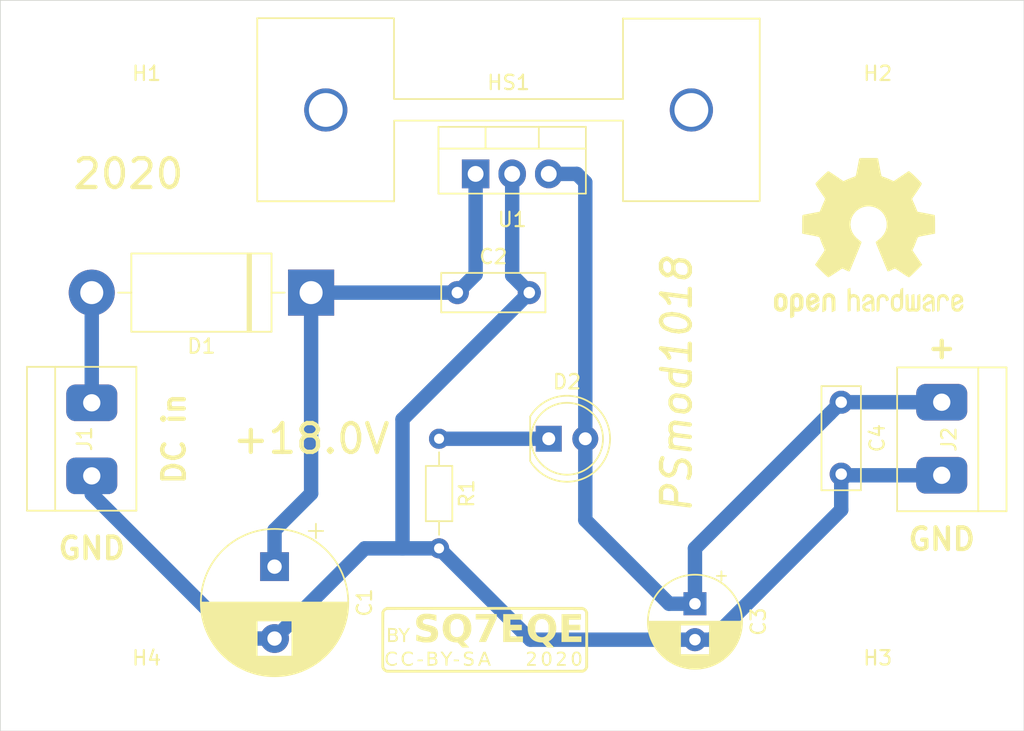
<source format=kicad_pcb>
(kicad_pcb (version 20171130) (host pcbnew 5.1.5+dfsg1-2build2)

  (general
    (thickness 1.6)
    (drawings 15)
    (tracks 37)
    (zones 0)
    (modules 17)
    (nets 6)
  )

  (page A4)
  (title_block
    (title "PSmod1018 PCB")
    (date 2020-10-30)
    (rev 1.0)
    (company "MSc Paweł Sobótka")
    (comment 1 "CC-BY-SA 4.0")
    (comment 2 "by SQ7EQE")
  )

  (layers
    (0 F.Cu signal)
    (31 B.Cu signal)
    (32 B.Adhes user)
    (33 F.Adhes user)
    (34 B.Paste user)
    (35 F.Paste user)
    (36 B.SilkS user)
    (37 F.SilkS user)
    (38 B.Mask user)
    (39 F.Mask user)
    (40 Dwgs.User user)
    (41 Cmts.User user)
    (42 Eco1.User user)
    (43 Eco2.User user)
    (44 Edge.Cuts user)
    (45 Margin user)
    (46 B.CrtYd user)
    (47 F.CrtYd user)
    (48 B.Fab user)
    (49 F.Fab user)
  )

  (setup
    (last_trace_width 1)
    (trace_clearance 0.4)
    (zone_clearance 0.508)
    (zone_45_only no)
    (trace_min 0.2)
    (via_size 0.8)
    (via_drill 0.4)
    (via_min_size 0.4)
    (via_min_drill 0.3)
    (uvia_size 0.3)
    (uvia_drill 0.1)
    (uvias_allowed no)
    (uvia_min_size 0.2)
    (uvia_min_drill 0.1)
    (edge_width 0.05)
    (segment_width 0.2)
    (pcb_text_width 0.3)
    (pcb_text_size 1.5 1.5)
    (mod_edge_width 0.12)
    (mod_text_size 1 1)
    (mod_text_width 0.15)
    (pad_size 1.524 1.524)
    (pad_drill 0.762)
    (pad_to_mask_clearance 0.051)
    (solder_mask_min_width 0.25)
    (aux_axis_origin 0 0)
    (visible_elements FFFFFF7F)
    (pcbplotparams
      (layerselection 0x010fc_ffffffff)
      (usegerberextensions false)
      (usegerberattributes false)
      (usegerberadvancedattributes false)
      (creategerberjobfile false)
      (excludeedgelayer true)
      (linewidth 0.150000)
      (plotframeref false)
      (viasonmask false)
      (mode 1)
      (useauxorigin false)
      (hpglpennumber 1)
      (hpglpenspeed 20)
      (hpglpendiameter 15.000000)
      (psnegative false)
      (psa4output false)
      (plotreference true)
      (plotvalue true)
      (plotinvisibletext false)
      (padsonsilk false)
      (subtractmaskfromsilk false)
      (outputformat 1)
      (mirror false)
      (drillshape 1)
      (scaleselection 1)
      (outputdirectory ""))
  )

  (net 0 "")
  (net 1 "Net-(C1-Pad1)")
  (net 2 GND)
  (net 3 "Net-(C3-Pad1)")
  (net 4 "Net-(D1-Pad2)")
  (net 5 "Net-(D2-Pad1)")

  (net_class Default "To jest domyślna klasa połączeń."
    (clearance 0.4)
    (trace_width 1)
    (via_dia 0.8)
    (via_drill 0.4)
    (uvia_dia 0.3)
    (uvia_drill 0.1)
    (add_net GND)
    (add_net "Net-(C1-Pad1)")
    (add_net "Net-(C3-Pad1)")
    (add_net "Net-(D1-Pad2)")
    (add_net "Net-(D2-Pad1)")
  )

  (module ups-pcb:DG301-5.0-2P (layer F.Cu) (tedit 5F9ADE78) (tstamp 5F994AC9)
    (at 191.135 107.99 90)
    (tags TerminalBlock)
    (path /5F9906BE)
    (fp_text reference J2 (at 0 0.5 90) (layer F.SilkS)
      (effects (font (size 1 1) (thickness 0.15)))
    )
    (fp_text value "DC out" (at 0 2.54 90) (layer F.Fab)
      (effects (font (size 1 1) (thickness 0.15)))
    )
    (fp_line (start -5 4.5) (end 5 4.5) (layer F.CrtYd) (width 0.12))
    (fp_line (start -5 -3.1) (end 5 -3.1) (layer F.CrtYd) (width 0.12))
    (fp_line (start -5 -3.1) (end -5 4.5) (layer F.CrtYd) (width 0.12))
    (fp_line (start 5 -3.1) (end 5 4.5) (layer F.CrtYd) (width 0.12))
    (fp_line (start -5 -3.1) (end 5 -3.1) (layer F.CrtYd) (width 0.12))
    (fp_line (start -5 -3.1) (end 5 -3.1) (layer F.SilkS) (width 0.12))
    (fp_line (start 5 -3.1) (end 5 4.5) (layer F.SilkS) (width 0.12))
    (fp_line (start -5 -3.1) (end -5 4.5) (layer F.SilkS) (width 0.12))
    (fp_line (start -5 4.5) (end 5 4.5) (layer F.SilkS) (width 0.12))
    (fp_line (start -5 2.54) (end 5 2.54) (layer F.SilkS) (width 0.12))
    (pad 1 thru_hole roundrect (at -2.5 0 90) (size 2.54 3.54) (drill 1.2) (layers *.Cu *.Mask) (roundrect_rratio 0.25)
      (net 2 GND))
    (pad 2 thru_hole roundrect (at 2.58 0 90) (size 2.54 3.54) (drill 1.2) (layers *.Cu *.Mask) (roundrect_rratio 0.25)
      (net 3 "Net-(C3-Pad1)"))
    (model ${KIPRJMOD}/packages3d/dg301-5.0P.step
      (at (xyz 0 0 0))
      (scale (xyz 1 1 1))
      (rotate (xyz 0 0 90))
    )
  )

  (module ups-pcb:DG301-5.0-2P (layer F.Cu) (tedit 5F9ADE78) (tstamp 5F994AB9)
    (at 132.08 107.95 270)
    (tags TerminalBlock)
    (path /5F9900ED)
    (fp_text reference J1 (at 0 0.5 90) (layer F.SilkS)
      (effects (font (size 1 1) (thickness 0.15)))
    )
    (fp_text value "DC inp" (at 0 2.54 90) (layer F.Fab)
      (effects (font (size 1 1) (thickness 0.15)))
    )
    (fp_line (start -5 4.5) (end 5 4.5) (layer F.CrtYd) (width 0.12))
    (fp_line (start -5 -3.1) (end 5 -3.1) (layer F.CrtYd) (width 0.12))
    (fp_line (start -5 -3.1) (end -5 4.5) (layer F.CrtYd) (width 0.12))
    (fp_line (start 5 -3.1) (end 5 4.5) (layer F.CrtYd) (width 0.12))
    (fp_line (start -5 -3.1) (end 5 -3.1) (layer F.CrtYd) (width 0.12))
    (fp_line (start -5 -3.1) (end 5 -3.1) (layer F.SilkS) (width 0.12))
    (fp_line (start 5 -3.1) (end 5 4.5) (layer F.SilkS) (width 0.12))
    (fp_line (start -5 -3.1) (end -5 4.5) (layer F.SilkS) (width 0.12))
    (fp_line (start -5 4.5) (end 5 4.5) (layer F.SilkS) (width 0.12))
    (fp_line (start -5 2.54) (end 5 2.54) (layer F.SilkS) (width 0.12))
    (pad 1 thru_hole roundrect (at -2.5 0 270) (size 2.54 3.54) (drill 1.2) (layers *.Cu *.Mask) (roundrect_rratio 0.25)
      (net 4 "Net-(D1-Pad2)"))
    (pad 2 thru_hole roundrect (at 2.58 0 270) (size 2.54 3.54) (drill 1.2) (layers *.Cu *.Mask) (roundrect_rratio 0.25)
      (net 2 GND))
    (model ${KIPRJMOD}/packages3d/dg301-5.0P.step
      (at (xyz 0 0 0))
      (scale (xyz 1 1 1))
      (rotate (xyz 0 0 90))
    )
  )

  (module ups-pcb:sk104_25.4mm (layer F.Cu) (tedit 5F9A176E) (tstamp 5F994AA9)
    (at 161.040001 85.09)
    (descr "radiator na profilu sk104")
    (tags heatsink)
    (path /5F98FE0B)
    (fp_text reference HS1 (at 0 -1.905) (layer F.SilkS)
      (effects (font (size 1 1) (thickness 0.15)))
    )
    (fp_text value sk104_25.4mm (at 0 -3.81) (layer F.Fab)
      (effects (font (size 1 1) (thickness 0.15)))
    )
    (fp_line (start -7.96 -6.37) (end -7.96 -0.77) (layer F.SilkS) (width 0.12))
    (fp_line (start 7.94 -6.35) (end 17.44 -6.35) (layer F.SilkS) (width 0.12))
    (fp_line (start 17.45 6.34) (end 17.45 -6.36) (layer F.SilkS) (width 0.12))
    (fp_line (start 7.94 6.34) (end 17.44 6.34) (layer F.SilkS) (width 0.12))
    (fp_line (start -17.47 -6.38) (end -7.97 -6.38) (layer F.SilkS) (width 0.12))
    (fp_line (start -17.46 6.35) (end -17.46 -6.35) (layer F.SilkS) (width 0.12))
    (fp_line (start -17.46 6.35) (end -7.96 6.35) (layer F.SilkS) (width 0.12))
    (fp_line (start -7.95 0.75) (end -7.95 6.35) (layer F.SilkS) (width 0.12))
    (fp_line (start 7.95 0.74) (end 7.95 6.34) (layer F.SilkS) (width 0.12))
    (fp_line (start -7.95 0.74) (end 7.95 0.74) (layer F.SilkS) (width 0.12))
    (fp_line (start 7.95 -6.36) (end 7.95 -0.76) (layer F.SilkS) (width 0.12))
    (fp_line (start -7.95 -0.76) (end 7.95 -0.76) (layer F.SilkS) (width 0.12))
    (fp_line (start 7.95 0.75) (end 7.95 6.35) (layer F.CrtYd) (width 0.12))
    (fp_line (start 7.95 -6.35) (end 7.95 -0.75) (layer F.CrtYd) (width 0.12))
    (fp_line (start 7.95 6.35) (end 17.45 6.35) (layer F.CrtYd) (width 0.12))
    (fp_line (start 7.95 -6.35) (end 17.45 -6.35) (layer F.CrtYd) (width 0.12))
    (fp_line (start -7.95 0.75) (end -7.95 6.35) (layer F.CrtYd) (width 0.12))
    (fp_line (start -7.95 -6.35) (end -7.95 -0.75) (layer F.CrtYd) (width 0.12))
    (fp_line (start -17.45 -6.35) (end -7.95 -6.35) (layer F.CrtYd) (width 0.12))
    (fp_line (start -17.45 6.35) (end -7.95 6.35) (layer F.CrtYd) (width 0.12))
    (fp_line (start -7.95 -0.75) (end 7.95 -0.75) (layer F.CrtYd) (width 0.12))
    (fp_line (start -7.95 0.75) (end 7.95 0.75) (layer F.CrtYd) (width 0.12))
    (fp_line (start 17.45 6.35) (end 17.45 -6.35) (layer F.CrtYd) (width 0.12))
    (fp_line (start -17.45 6.35) (end -17.45 -6.35) (layer F.CrtYd) (width 0.12))
    (pad "" np_thru_hole circle (at 12.7 0) (size 3 3) (drill 2.35) (layers *.Cu *.Mask))
    (pad "" np_thru_hole circle (at -12.7 0) (size 3 3) (drill 2.35) (layers *.Cu *.Mask))
    (model ${KIPRJMOD}/packages3d/sk104-1.step
      (offset (xyz -17.5 6.35 0))
      (scale (xyz 0.99 1 1))
      (rotate (xyz 0 0 0))
    )
  )

  (module ups-pcb:cc-by-sa (layer F.Cu) (tedit 0) (tstamp 5F999933)
    (at 159.385 121.92)
    (path /5F9A792F)
    (fp_text reference G1 (at 0 0) (layer F.SilkS) hide
      (effects (font (size 1.524 1.524) (thickness 0.3)))
    )
    (fp_text value CC-BY-SA (at 0.75 0) (layer F.SilkS) hide
      (effects (font (size 1.524 1.524) (thickness 0.3)))
    )
    (fp_poly (pts (xy 6.683375 -1.397) (xy 5.842 -1.397) (xy 5.842 -1.031875) (xy 6.63575 -1.031875)
      (xy 6.63575 -0.66675) (xy 5.842 -0.66675) (xy 5.842 -0.22225) (xy 6.715125 -0.22225)
      (xy 6.715125 0.15875) (xy 5.333754 0.15875) (xy 5.337845 -0.805657) (xy 5.341937 -1.770063)
      (xy 6.683375 -1.778345) (xy 6.683375 -1.397)) (layer F.SilkS) (width 0.01))
    (fp_poly (pts (xy 2.619375 -1.397) (xy 1.778 -1.397) (xy 1.778 -1.031875) (xy 2.57175 -1.031875)
      (xy 2.57175 -0.667305) (xy 2.178843 -0.663059) (xy 1.785937 -0.658813) (xy 1.78152 -0.440532)
      (xy 1.777104 -0.22225) (xy 2.651125 -0.22225) (xy 2.651125 0.15875) (xy 1.285875 0.15875)
      (xy 1.285875 -1.778) (xy 2.619375 -1.778) (xy 2.619375 -1.397)) (layer F.SilkS) (width 0.01))
    (fp_poly (pts (xy 0.8255 -1.481033) (xy 0.453404 -0.66511) (xy 0.081309 0.150812) (xy -0.157783 0.155194)
      (xy -0.240817 0.156049) (xy -0.311325 0.155504) (xy -0.363833 0.153701) (xy -0.392869 0.150786)
      (xy -0.396875 0.148916) (xy -0.390494 0.132828) (xy -0.372165 0.090576) (xy -0.34311 0.024887)
      (xy -0.30455 -0.061512) (xy -0.257708 -0.165896) (xy -0.203804 -0.285537) (xy -0.144061 -0.41771)
      (xy -0.0797 -0.559687) (xy -0.053998 -0.616276) (xy 0.012073 -0.761733) (xy 0.074262 -0.89876)
      (xy 0.131311 -1.02458) (xy 0.181964 -1.136416) (xy 0.224963 -1.231489) (xy 0.259053 -1.307021)
      (xy 0.282975 -1.360236) (xy 0.295473 -1.388355) (xy 0.29695 -1.391842) (xy 0.294239 -1.398059)
      (xy 0.27883 -1.402975) (xy 0.24777 -1.406727) (xy 0.198103 -1.409452) (xy 0.126877 -1.411286)
      (xy 0.031138 -1.412367) (xy -0.09207 -1.412831) (xy -0.157052 -1.412875) (xy -0.619125 -1.412875)
      (xy -0.619125 -1.778) (xy 0.8255 -1.778) (xy 0.8255 -1.481033)) (layer F.SilkS) (width 0.01))
    (fp_poly (pts (xy -5.230603 -0.807809) (xy -5.208576 -0.803272) (xy -5.207 -0.801464) (xy -5.215403 -0.786323)
      (xy -5.238786 -0.749063) (xy -5.274418 -0.693914) (xy -5.319564 -0.625105) (xy -5.371491 -0.546865)
      (xy -5.373688 -0.543572) (xy -5.540375 -0.293843) (xy -5.540375 0.15875) (xy -5.667375 0.15875)
      (xy -5.667375 -0.302646) (xy -5.834063 -0.546581) (xy -5.886641 -0.624062) (xy -5.932406 -0.692528)
      (xy -5.96855 -0.747695) (xy -5.992267 -0.785279) (xy -6.00075 -0.800984) (xy -5.986669 -0.806346)
      (xy -5.951239 -0.80749) (xy -5.933282 -0.80657) (xy -5.906822 -0.803979) (xy -5.885329 -0.797899)
      (xy -5.864783 -0.784294) (xy -5.841163 -0.75913) (xy -5.81045 -0.718372) (xy -5.768623 -0.657985)
      (xy -5.73322 -0.605776) (xy -5.600628 -0.409864) (xy -5.467131 -0.609745) (xy -5.333634 -0.809625)
      (xy -5.270317 -0.809625) (xy -5.230603 -0.807809)) (layer F.SilkS) (width 0.01))
    (fp_poly (pts (xy -6.480969 -0.806715) (xy -6.373205 -0.802568) (xy -6.291718 -0.795803) (xy -6.231058 -0.784911)
      (xy -6.185773 -0.768385) (xy -6.150409 -0.744716) (xy -6.119516 -0.712397) (xy -6.113694 -0.705145)
      (xy -6.079451 -0.640165) (xy -6.0679 -0.567735) (xy -6.077953 -0.496361) (xy -6.108522 -0.434547)
      (xy -6.153559 -0.393594) (xy -6.20932 -0.360695) (xy -6.150344 -0.327191) (xy -6.086407 -0.275748)
      (xy -6.04848 -0.207875) (xy -6.035603 -0.121583) (xy -6.036529 -0.091068) (xy -6.050675 -0.008265)
      (xy -6.083757 0.053613) (xy -6.140474 0.102015) (xy -6.168338 0.117973) (xy -6.197309 0.131076)
      (xy -6.230411 0.140547) (xy -6.273697 0.147144) (xy -6.333222 0.151628) (xy -6.415043 0.154757)
      (xy -6.473032 0.156206) (xy -6.715125 0.161599) (xy -6.715125 -0.301625) (xy -6.588125 -0.301625)
      (xy -6.588125 0.050515) (xy -6.421763 0.045101) (xy -6.346238 0.042089) (xy -6.295238 0.03784)
      (xy -6.261537 0.030722) (xy -6.237912 0.019106) (xy -6.21714 0.001365) (xy -6.213987 -0.001762)
      (xy -6.181102 -0.054216) (xy -6.169725 -0.117162) (xy -6.178255 -0.181601) (xy -6.205094 -0.238533)
      (xy -6.248645 -0.278962) (xy -6.264552 -0.286459) (xy -6.29832 -0.293358) (xy -6.353796 -0.298615)
      (xy -6.420951 -0.301393) (xy -6.446284 -0.301625) (xy -6.588125 -0.301625) (xy -6.715125 -0.301625)
      (xy -6.715125 -0.6985) (xy -6.588125 -0.6985) (xy -6.588125 -0.409775) (xy -6.431004 -0.415232)
      (xy -6.353676 -0.41906) (xy -6.301212 -0.425009) (xy -6.266736 -0.434369) (xy -6.243374 -0.448428)
      (xy -6.240504 -0.45093) (xy -6.216982 -0.49018) (xy -6.206369 -0.545749) (xy -6.210465 -0.604212)
      (xy -6.216987 -0.626352) (xy -6.245598 -0.66103) (xy -6.301106 -0.684257) (xy -6.384677 -0.696391)
      (xy -6.4524 -0.6985) (xy -6.588125 -0.6985) (xy -6.715125 -0.6985) (xy -6.715125 -0.813086)
      (xy -6.480969 -0.806715)) (layer F.SilkS) (width 0.01))
    (fp_poly (pts (xy -3.856768 -1.79492) (xy -3.697368 -1.777273) (xy -3.535998 -1.749854) (xy -3.472657 -1.736304)
      (xy -3.3655 -1.711956) (xy -3.3655 -1.303968) (xy -3.490551 -1.349606) (xy -3.627449 -1.392503)
      (xy -3.765107 -1.42264) (xy -3.897804 -1.439572) (xy -4.01982 -1.442851) (xy -4.125433 -1.432029)
      (xy -4.208923 -1.406661) (xy -4.210597 -1.405875) (xy -4.267552 -1.364213) (xy -4.301901 -1.308664)
      (xy -4.312859 -1.246584) (xy -4.29964 -1.185328) (xy -4.261458 -1.132252) (xy -4.241488 -1.11659)
      (xy -4.199688 -1.095814) (xy -4.139082 -1.074343) (xy -4.072203 -1.056567) (xy -4.066863 -1.055416)
      (xy -3.899498 -1.018362) (xy -3.760475 -0.983585) (xy -3.646574 -0.949929) (xy -3.554573 -0.916238)
      (xy -3.481253 -0.881354) (xy -3.423391 -0.844121) (xy -3.384625 -0.810433) (xy -3.314511 -0.718244)
      (xy -3.268382 -0.607344) (xy -3.247045 -0.480722) (xy -3.251311 -0.341369) (xy -3.253401 -0.325218)
      (xy -3.284785 -0.188755) (xy -3.338378 -0.074408) (xy -3.41502 0.018692) (xy -3.515551 0.091415)
      (xy -3.640811 0.144629) (xy -3.729524 0.16784) (xy -3.785659 0.175867) (xy -3.864358 0.182087)
      (xy -3.956473 0.186296) (xy -4.05286 0.188289) (xy -4.144372 0.187863) (xy -4.221862 0.184813)
      (xy -4.270375 0.179925) (xy -4.348502 0.165574) (xy -4.442739 0.145287) (xy -4.53895 0.122333)
      (xy -4.623002 0.099978) (xy -4.647407 0.092755) (xy -4.746625 0.062224) (xy -4.746625 -0.145212)
      (xy -4.745924 -0.233289) (xy -4.743573 -0.293345) (xy -4.739205 -0.329083) (xy -4.732452 -0.344207)
      (xy -4.726782 -0.344807) (xy -4.704075 -0.335549) (xy -4.659732 -0.317257) (xy -4.601426 -0.293104)
      (xy -4.56882 -0.279563) (xy -4.420469 -0.224763) (xy -4.284205 -0.190067) (xy -4.149603 -0.173191)
      (xy -4.071938 -0.170674) (xy -3.951293 -0.177403) (xy -3.858001 -0.198919) (xy -3.790981 -0.235887)
      (xy -3.749148 -0.288971) (xy -3.73142 -0.358836) (xy -3.730625 -0.380148) (xy -3.737544 -0.442943)
      (xy -3.760113 -0.485932) (xy -3.762836 -0.488963) (xy -3.784128 -0.510106) (xy -3.807511 -0.528099)
      (xy -3.83707 -0.544365) (xy -3.876888 -0.560328) (xy -3.931052 -0.577411) (xy -4.003644 -0.597037)
      (xy -4.09875 -0.620632) (xy -4.220454 -0.649617) (xy -4.230688 -0.652029) (xy -4.386509 -0.697965)
      (xy -4.513679 -0.756253) (xy -4.613284 -0.828127) (xy -4.686411 -0.914819) (xy -4.734148 -1.017562)
      (xy -4.757583 -1.137588) (xy -4.759344 -1.251438) (xy -4.740951 -1.38711) (xy -4.699594 -1.502097)
      (xy -4.633903 -1.598174) (xy -4.542506 -1.677112) (xy -4.424033 -1.740686) (xy -4.362906 -1.764272)
      (xy -4.267267 -1.787471) (xy -4.147306 -1.800194) (xy -4.00861 -1.802619) (xy -3.856768 -1.79492)) (layer F.SilkS) (width 0.01))
    (fp_poly (pts (xy 4.087612 -1.797844) (xy 4.193582 -1.788715) (xy 4.279532 -1.77348) (xy 4.28625 -1.771726)
      (xy 4.451306 -1.712893) (xy 4.593578 -1.631958) (xy 4.71303 -1.528966) (xy 4.809628 -1.403963)
      (xy 4.883335 -1.256993) (xy 4.934118 -1.088103) (xy 4.961941 -0.897336) (xy 4.961973 -0.896938)
      (xy 4.963268 -0.711119) (xy 4.937256 -0.535334) (xy 4.885111 -0.372124) (xy 4.808004 -0.224033)
      (xy 4.70711 -0.093603) (xy 4.583599 0.016624) (xy 4.521234 0.058784) (xy 4.427854 0.116422)
      (xy 4.481065 0.173304) (xy 4.512428 0.207239) (xy 4.558864 0.257989) (xy 4.614192 0.318782)
      (xy 4.672235 0.382843) (xy 4.674156 0.384968) (xy 4.814034 0.53975) (xy 4.336267 0.53975)
      (xy 4.182172 0.367332) (xy 4.028078 0.194915) (xy 3.88332 0.185628) (xy 3.69886 0.160817)
      (xy 3.533275 0.111678) (xy 3.387517 0.038895) (xy 3.262542 -0.05685) (xy 3.159303 -0.174873)
      (xy 3.078754 -0.314491) (xy 3.038058 -0.419457) (xy 3.008383 -0.542476) (xy 2.99071 -0.683876)
      (xy 2.988832 -0.738448) (xy 3.497536 -0.738448) (xy 3.512708 -0.608851) (xy 3.543322 -0.488071)
      (xy 3.589299 -0.381928) (xy 3.650559 -0.296241) (xy 3.670206 -0.276917) (xy 3.76166 -0.214838)
      (xy 3.867457 -0.177492) (xy 3.980891 -0.165842) (xy 4.095255 -0.180853) (xy 4.167187 -0.205482)
      (xy 4.23743 -0.249857) (xy 4.305416 -0.317212) (xy 4.363816 -0.399184) (xy 4.398682 -0.469602)
      (xy 4.413496 -0.510047) (xy 4.423849 -0.548931) (xy 4.430537 -0.593243) (xy 4.434357 -0.649976)
      (xy 4.436107 -0.726122) (xy 4.436544 -0.801688) (xy 4.436283 -0.896989) (xy 4.434482 -0.967746)
      (xy 4.430326 -1.021157) (xy 4.423003 -1.06442) (xy 4.4117 -1.104733) (xy 4.397999 -1.143)
      (xy 4.3411 -1.254465) (xy 4.265067 -1.341164) (xy 4.171679 -1.401944) (xy 4.062713 -1.435649)
      (xy 3.939948 -1.441126) (xy 3.938845 -1.441048) (xy 3.82513 -1.420804) (xy 3.729674 -1.37654)
      (xy 3.656078 -1.315048) (xy 3.592852 -1.228642) (xy 3.545464 -1.12196) (xy 3.513835 -1.000822)
      (xy 3.497885 -0.871045) (xy 3.497536 -0.738448) (xy 2.988832 -0.738448) (xy 2.985596 -0.832424)
      (xy 2.993597 -0.976888) (xy 3.00616 -1.063625) (xy 3.052575 -1.230696) (xy 3.124735 -1.379817)
      (xy 3.221206 -1.509448) (xy 3.340552 -1.61805) (xy 3.481338 -1.704082) (xy 3.642129 -1.766004)
      (xy 3.667125 -1.772917) (xy 3.751378 -1.788405) (xy 3.85633 -1.797709) (xy 3.971802 -1.800849)
      (xy 4.087612 -1.797844)) (layer F.SilkS) (width 0.01))
    (fp_poly (pts (xy -1.755001 -1.792265) (xy -1.604178 -1.767851) (xy -1.471404 -1.724952) (xy -1.351736 -1.661875)
      (xy -1.240232 -1.576926) (xy -1.217136 -1.555911) (xy -1.111612 -1.435933) (xy -1.031148 -1.2968)
      (xy -0.975693 -1.138365) (xy -0.945199 -0.960481) (xy -0.939613 -0.762999) (xy -0.940211 -0.747054)
      (xy -0.945877 -0.651672) (xy -0.955098 -0.575891) (xy -0.969945 -0.507594) (xy -0.992493 -0.434665)
      (xy -0.99481 -0.427924) (xy -1.062259 -0.273534) (xy -1.15007 -0.139003) (xy -1.255903 -0.027244)
      (xy -1.377417 0.058828) (xy -1.392047 0.066818) (xy -1.431782 0.090169) (xy -1.45648 0.109055)
      (xy -1.4605 0.115281) (xy -1.450405 0.130788) (xy -1.422647 0.165194) (xy -1.381019 0.213996)
      (xy -1.329317 0.272689) (xy -1.306715 0.29787) (xy -1.248911 0.361986) (xy -1.196332 0.420402)
      (xy -1.15382 0.46773) (xy -1.12622 0.498582) (xy -1.121385 0.504031) (xy -1.089841 0.53975)
      (xy -1.326765 0.539718) (xy -1.563688 0.539687) (xy -1.717467 0.367554) (xy -1.871245 0.19542)
      (xy -2.019092 0.185187) (xy -2.191282 0.163535) (xy -2.341209 0.122919) (xy -2.473361 0.061471)
      (xy -2.592229 -0.022674) (xy -2.652384 -0.078117) (xy -2.746756 -0.188402) (xy -2.818713 -0.309851)
      (xy -2.87003 -0.446873) (xy -2.902482 -0.603874) (xy -2.915068 -0.73025) (xy -2.914676 -0.809625)
      (xy -2.388706 -0.809625) (xy -2.387194 -0.687929) (xy -2.381223 -0.591604) (xy -2.369441 -0.514424)
      (xy -2.350495 -0.450162) (xy -2.323034 -0.392592) (xy -2.285775 -0.335583) (xy -2.211607 -0.25902)
      (xy -2.119422 -0.204893) (xy -2.014775 -0.174374) (xy -1.903225 -0.168632) (xy -1.790329 -0.188837)
      (xy -1.719198 -0.216277) (xy -1.663933 -0.248129) (xy -1.614047 -0.286013) (xy -1.593629 -0.306405)
      (xy -1.532046 -0.400994) (xy -1.48729 -0.515074) (xy -1.459275 -0.642492) (xy -1.44791 -0.777093)
      (xy -1.453107 -0.912723) (xy -1.474777 -1.043227) (xy -1.512831 -1.162452) (xy -1.56718 -1.264242)
      (xy -1.608204 -1.315048) (xy -1.691337 -1.38252) (xy -1.788532 -1.424099) (xy -1.890971 -1.441048)
      (xy -2.013447 -1.435427) (xy -2.123418 -1.401255) (xy -2.21839 -1.34011) (xy -2.295869 -1.253572)
      (xy -2.350713 -1.15) (xy -2.365335 -1.110276) (xy -2.375632 -1.072251) (xy -2.382362 -1.029137)
      (xy -2.386281 -0.974147) (xy -2.388148 -0.900493) (xy -2.388706 -0.809625) (xy -2.914676 -0.809625)
      (xy -2.914145 -0.916702) (xy -2.887781 -1.091387) (xy -2.837149 -1.251888) (xy -2.763418 -1.395787)
      (xy -2.667759 -1.520666) (xy -2.551344 -1.624107) (xy -2.45264 -1.685367) (xy -2.354133 -1.732201)
      (xy -2.260559 -1.765058) (xy -2.162716 -1.78595) (xy -2.051402 -1.796888) (xy -1.928813 -1.799889)
      (xy -1.755001 -1.792265)) (layer F.SilkS) (width 0.01))
    (fp_poly (pts (xy -1.801813 1.389062) (xy -1.796838 1.440656) (xy -1.791864 1.49225) (xy -2.143125 1.49225)
      (xy -2.143125 1.38005) (xy -1.801813 1.389062)) (layer F.SilkS) (width 0.01))
    (fp_poly (pts (xy -4.318 1.49225) (xy -4.669262 1.49225) (xy -4.664288 1.440656) (xy -4.659313 1.389062)
      (xy -4.488657 1.384556) (xy -4.318 1.38005) (xy -4.318 1.49225)) (layer F.SilkS) (width 0.01))
    (fp_poly (pts (xy 5.414518 0.840332) (xy 5.491743 0.868822) (xy 5.505684 0.877232) (xy 5.568258 0.936395)
      (xy 5.606721 1.01167) (xy 5.619643 1.096952) (xy 5.605596 1.186137) (xy 5.588219 1.229858)
      (xy 5.566808 1.262981) (xy 5.527515 1.313402) (xy 5.474772 1.37583) (xy 5.413009 1.444976)
      (xy 5.364628 1.496808) (xy 5.172567 1.698625) (xy 5.61975 1.698625) (xy 5.61975 1.80975)
      (xy 5.0165 1.80975) (xy 5.0165 1.751789) (xy 5.018193 1.729512) (xy 5.025265 1.707218)
      (xy 5.040707 1.681003) (xy 5.067508 1.646966) (xy 5.108658 1.601206) (xy 5.167146 1.53982)
      (xy 5.222692 1.482714) (xy 5.314782 1.386252) (xy 5.384938 1.307152) (xy 5.435308 1.242087)
      (xy 5.468044 1.187729) (xy 5.485294 1.140753) (xy 5.489209 1.097831) (xy 5.486428 1.074593)
      (xy 5.460282 1.010519) (xy 5.411693 0.965715) (xy 5.344122 0.941093) (xy 5.261031 0.937566)
      (xy 5.165882 0.956045) (xy 5.110558 0.975556) (xy 5.014748 1.014487) (xy 5.019592 0.94834)
      (xy 5.023444 0.911963) (xy 5.033199 0.889602) (xy 5.056207 0.874231) (xy 5.099815 0.858821)
      (xy 5.119687 0.85262) (xy 5.219299 0.831645) (xy 5.32064 0.827745) (xy 5.414518 0.840332)) (layer F.SilkS) (width 0.01))
    (fp_poly (pts (xy 3.347706 0.845727) (xy 3.42663 0.883406) (xy 3.48688 0.938552) (xy 3.525132 1.009439)
      (xy 3.538062 1.094345) (xy 3.537027 1.116638) (xy 3.530481 1.161287) (xy 3.516779 1.20444)
      (xy 3.493196 1.250103) (xy 3.457008 1.302283) (xy 3.405491 1.364985) (xy 3.335919 1.442214)
      (xy 3.262691 1.520031) (xy 3.092637 1.698625) (xy 3.540125 1.698625) (xy 3.540125 1.80975)
      (xy 2.936875 1.80975) (xy 2.936875 1.752386) (xy 2.938666 1.730158) (xy 2.946021 1.707618)
      (xy 2.961911 1.680856) (xy 2.989309 1.645961) (xy 3.031186 1.599023) (xy 3.090514 1.536133)
      (xy 3.141566 1.483063) (xy 3.216753 1.403127) (xy 3.282473 1.329216) (xy 3.334947 1.265814)
      (xy 3.370393 1.217405) (xy 3.38136 1.198592) (xy 3.406556 1.121009) (xy 3.401808 1.053537)
      (xy 3.367 0.995405) (xy 3.347867 0.977269) (xy 3.287194 0.945957) (xy 3.208406 0.935738)
      (xy 3.117148 0.946647) (xy 3.027313 0.975259) (xy 2.935189 1.01314) (xy 2.94 0.947579)
      (xy 2.944194 0.910208) (xy 2.954975 0.887729) (xy 2.980081 0.872345) (xy 3.027252 0.856253)
      (xy 3.032125 0.854729) (xy 3.147129 0.829664) (xy 3.253431 0.827238) (xy 3.347706 0.845727)) (layer F.SilkS) (width 0.01))
    (fp_poly (pts (xy 0.23433 1.313284) (xy 0.277953 1.428996) (xy 0.317716 1.535189) (xy 0.352277 1.628225)
      (xy 0.380296 1.704465) (xy 0.40043 1.76027) (xy 0.41134 1.792001) (xy 0.412924 1.797843)
      (xy 0.39873 1.805359) (xy 0.363563 1.809481) (xy 0.35039 1.80975) (xy 0.314843 1.808212)
      (xy 0.292716 1.798823) (xy 0.276176 1.774422) (xy 0.257388 1.727844) (xy 0.255605 1.723084)
      (xy 0.235743 1.667716) (xy 0.219504 1.618451) (xy 0.213056 1.596084) (xy 0.202933 1.55575)
      (xy -0.2355 1.55575) (xy -0.263198 1.631156) (xy -0.290899 1.706355) (xy -0.31093 1.756825)
      (xy -0.326979 1.787483) (xy -0.342736 1.803249) (xy -0.361888 1.809042) (xy -0.388126 1.809779)
      (xy -0.397135 1.80975) (xy -0.438268 1.807697) (xy -0.454663 1.799281) (xy -0.453476 1.781968)
      (xy -0.445713 1.760597) (xy -0.428087 1.713463) (xy -0.402071 1.64446) (xy -0.369138 1.557482)
      (xy -0.33076 1.456424) (xy -0.32232 1.434254) (xy -0.1905 1.434254) (xy -0.1757 1.438439)
      (xy -0.13559 1.441816) (xy -0.076608 1.443998) (xy -0.017521 1.444625) (xy 0.155458 1.444625)
      (xy 0.075361 1.226343) (xy 0.046277 1.148194) (xy 0.020388 1.080687) (xy -0.00009 1.029455)
      (xy -0.012936 1.000129) (xy -0.015499 0.995725) (xy -0.023472 1.006291) (xy -0.039988 1.040541)
      (xy -0.06261 1.092369) (xy -0.0889 1.155669) (xy -0.116423 1.224333) (xy -0.142741 1.292254)
      (xy -0.165416 1.353327) (xy -0.182013 1.401445) (xy -0.190095 1.430501) (xy -0.1905 1.434254)
      (xy -0.32232 1.434254) (xy -0.28841 1.34518) (xy -0.27185 1.30175) (xy -0.099264 0.849312)
      (xy -0.021851 0.844972) (xy 0.055562 0.840631) (xy 0.23433 1.313284)) (layer F.SilkS) (width 0.01))
    (fp_poly (pts (xy -2.794 1.031875) (xy -2.747908 1.099519) (xy -2.707577 1.156545) (xy -2.676434 1.19827)
      (xy -2.657905 1.220016) (xy -2.654781 1.222071) (xy -2.642382 1.209406) (xy -2.616177 1.174801)
      (xy -2.579569 1.122996) (xy -2.535963 1.058731) (xy -2.517965 1.031571) (xy -2.392741 0.841375)
      (xy -2.253742 0.841375) (xy -2.416715 1.083468) (xy -2.579688 1.325562) (xy -2.587625 1.563687)
      (xy -2.595563 1.801812) (xy -2.651693 1.806536) (xy -2.692147 1.80677) (xy -2.717575 1.80114)
      (xy -2.719162 1.799922) (xy -2.723201 1.78078) (xy -2.726606 1.735861) (xy -2.729094 1.671135)
      (xy -2.730383 1.592574) (xy -2.7305 1.559589) (xy -2.7305 1.330595) (xy -2.89793 1.085985)
      (xy -3.065359 0.841375) (xy -2.921627 0.841375) (xy -2.794 1.031875)) (layer F.SilkS) (width 0.01))
    (fp_poly (pts (xy -3.726657 0.843918) (xy -3.616147 0.847631) (xy -3.532374 0.854378) (xy -3.470349 0.865962)
      (xy -3.425081 0.884185) (xy -3.391583 0.91085) (xy -3.364864 0.94776) (xy -3.347377 0.980957)
      (xy -3.325053 1.05749) (xy -3.328948 1.133015) (xy -3.357006 1.20026) (xy -3.40717 1.251953)
      (xy -3.427423 1.263955) (xy -3.448028 1.276116) (xy -3.448253 1.287005) (xy -3.425192 1.303596)
      (xy -3.406192 1.314928) (xy -3.342198 1.365081) (xy -3.304168 1.427201) (xy -3.28951 1.506566)
      (xy -3.289967 1.551505) (xy -3.295755 1.611799) (xy -3.307676 1.652706) (xy -3.330072 1.686538)
      (xy -3.342423 1.700304) (xy -3.379207 1.735129) (xy -3.418443 1.760997) (xy -3.46579 1.779436)
      (xy -3.526905 1.791976) (xy -3.607445 1.800144) (xy -3.713068 1.805468) (xy -3.734594 1.806222)
      (xy -3.96875 1.814064) (xy -3.96875 1.349375) (xy -3.84175 1.349375) (xy -3.84175 1.698625)
      (xy -3.706303 1.698625) (xy -3.625761 1.695576) (xy -3.55832 1.687205) (xy -3.517081 1.676156)
      (xy -3.463223 1.640804) (xy -3.433203 1.587777) (xy -3.424671 1.520031) (xy -3.435805 1.445055)
      (xy -3.468304 1.390966) (xy -3.502929 1.367003) (xy -3.535618 1.359206) (xy -3.59055 1.353174)
      (xy -3.658232 1.349794) (xy -3.691685 1.349375) (xy -3.84175 1.349375) (xy -3.96875 1.349375)
      (xy -3.96875 0.9525) (xy -3.84175 0.9525) (xy -3.84175 1.23825) (xy -3.717119 1.23825)
      (xy -3.649808 1.236001) (xy -3.588417 1.230073) (xy -3.545197 1.221695) (xy -3.542159 1.220705)
      (xy -3.495682 1.195365) (xy -3.469925 1.155363) (xy -3.460906 1.093899) (xy -3.46075 1.081695)
      (xy -3.466646 1.031894) (xy -3.488623 0.997532) (xy -3.502579 0.985402) (xy -3.52756 0.969404)
      (xy -3.558176 0.95951) (xy -3.602324 0.954357) (xy -3.667903 0.952579) (xy -3.693079 0.9525)
      (xy -3.84175 0.9525) (xy -3.96875 0.9525) (xy -3.96875 0.838525) (xy -3.726657 0.843918)) (layer F.SilkS) (width 0.01))
    (fp_poly (pts (xy 6.457557 0.833937) (xy 6.538086 0.865471) (xy 6.603233 0.924142) (xy 6.639368 0.979129)
      (xy 6.678784 1.077808) (xy 6.702959 1.195343) (xy 6.7115 1.322527) (xy 6.704014 1.450153)
      (xy 6.68011 1.569012) (xy 6.666303 1.610866) (xy 6.617376 1.701305) (xy 6.549273 1.768067)
      (xy 6.465954 1.809156) (xy 6.371378 1.822578) (xy 6.275025 1.807976) (xy 6.216922 1.777728)
      (xy 6.159984 1.725118) (xy 6.112231 1.658787) (xy 6.087525 1.605959) (xy 6.07041 1.537508)
      (xy 6.058321 1.448505) (xy 6.053045 1.368715) (xy 6.179689 1.368715) (xy 6.188037 1.469951)
      (xy 6.2065 1.557789) (xy 6.216258 1.58586) (xy 6.242165 1.63488) (xy 6.27406 1.675469)
      (xy 6.282545 1.683047) (xy 6.338873 1.70905) (xy 6.404161 1.712537) (xy 6.465017 1.693541)
      (xy 6.481587 1.682548) (xy 6.524367 1.629628) (xy 6.554732 1.548585) (xy 6.57235 1.440661)
      (xy 6.577051 1.325562) (xy 6.573147 1.210691) (xy 6.561325 1.121369) (xy 6.540336 1.052104)
      (xy 6.508933 0.997404) (xy 6.499965 0.986138) (xy 6.445025 0.942072) (xy 6.382776 0.925686)
      (xy 6.320437 0.93643) (xy 6.265227 0.973752) (xy 6.24017 1.005966) (xy 6.211695 1.072706)
      (xy 6.191881 1.161283) (xy 6.181091 1.262889) (xy 6.179689 1.368715) (xy 6.053045 1.368715)
      (xy 6.051796 1.349832) (xy 6.051373 1.252369) (xy 6.057593 1.166997) (xy 6.063935 1.129609)
      (xy 6.097699 1.01755) (xy 6.144056 0.933366) (xy 6.205031 0.874991) (xy 6.282647 0.84036)
      (xy 6.359318 0.828283) (xy 6.457557 0.833937)) (layer F.SilkS) (width 0.01))
    (fp_poly (pts (xy 4.374985 0.834127) (xy 4.454852 0.86409) (xy 4.51878 0.920366) (xy 4.560444 0.985472)
      (xy 4.600661 1.088937) (xy 4.624414 1.204651) (xy 4.632148 1.325807) (xy 4.624308 1.445594)
      (xy 4.60134 1.557204) (xy 4.563688 1.653827) (xy 4.511863 1.728586) (xy 4.434706 1.788269)
      (xy 4.346135 1.818748) (xy 4.248478 1.819441) (xy 4.19507 1.80789) (xy 4.124405 1.771377)
      (xy 4.06385 1.707188) (xy 4.016026 1.6185) (xy 3.998978 1.570201) (xy 3.977309 1.46807)
      (xy 3.971227 1.391767) (xy 4.098558 1.391767) (xy 4.112178 1.507525) (xy 4.140751 1.598818)
      (xy 4.183768 1.664486) (xy 4.240722 1.703367) (xy 4.302105 1.7145) (xy 4.354126 1.708749)
      (xy 4.39311 1.686557) (xy 4.412816 1.667338) (xy 4.444097 1.622032) (xy 4.46995 1.564704)
      (xy 4.476146 1.544307) (xy 4.486442 1.482384) (xy 4.49261 1.400895) (xy 4.494615 1.310418)
      (xy 4.492425 1.221533) (xy 4.486008 1.144819) (xy 4.477529 1.098269) (xy 4.444943 1.020537)
      (xy 4.398359 0.965252) (xy 4.34291 0.933276) (xy 4.283729 0.925472) (xy 4.225949 0.942702)
      (xy 4.174704 0.985829) (xy 4.140903 1.041702) (xy 4.120344 1.10756) (xy 4.105578 1.195548)
      (xy 4.100398 1.252708) (xy 4.098558 1.391767) (xy 3.971227 1.391767) (xy 3.968141 1.353063)
      (xy 3.971103 1.235281) (xy 3.985826 1.124827) (xy 4.011938 1.031804) (xy 4.019349 1.014301)
      (xy 4.069585 0.928873) (xy 4.13103 0.871368) (xy 4.207908 0.838734) (xy 4.276249 0.828862)
      (xy 4.374985 0.834127)) (layer F.SilkS) (width 0.01))
    (fp_poly (pts (xy -1.038823 0.829878) (xy -0.957797 0.836938) (xy -0.912813 0.8457) (xy -0.866226 0.859585)
      (xy -0.842106 0.874338) (xy -0.832139 0.898594) (xy -0.828578 0.933171) (xy -0.823718 0.999249)
      (xy -0.883034 0.974465) (xy -0.974079 0.945607) (xy -1.065838 0.932668) (xy -1.151461 0.93529)
      (xy -1.2241 0.953112) (xy -1.276906 0.985775) (xy -1.285734 0.995613) (xy -1.311349 1.048315)
      (xy -1.315874 1.106466) (xy -1.299241 1.157956) (xy -1.286713 1.173912) (xy -1.251728 1.197267)
      (xy -1.202516 1.217499) (xy -1.187494 1.221737) (xy -1.088927 1.246421) (xy -1.01586 1.265834)
      (xy -0.962902 1.28204) (xy -0.92466 1.297101) (xy -0.895743 1.31308) (xy -0.870759 1.33204)
      (xy -0.849753 1.350953) (xy -0.785813 1.410596) (xy -0.785813 1.669153) (xy -0.850652 1.729634)
      (xy -0.92385 1.778596) (xy -1.016265 1.811191) (xy -1.118824 1.825463) (xy -1.222455 1.819457)
      (xy -1.246188 1.814846) (xy -1.279331 1.806605) (xy -1.329215 1.793324) (xy -1.361282 1.784494)
      (xy -1.409093 1.770141) (xy -1.433875 1.756268) (xy -1.443196 1.734884) (xy -1.444625 1.697995)
      (xy -1.444625 1.696483) (xy -1.442769 1.656001) (xy -1.434875 1.640553) (xy -1.417457 1.643523)
      (xy -1.416844 1.643787) (xy -1.303537 1.684745) (xy -1.198755 1.706931) (xy -1.105522 1.711113)
      (xy -1.02686 1.698061) (xy -0.965791 1.668542) (xy -0.925337 1.623325) (xy -0.90852 1.563179)
      (xy -0.91189 1.5154) (xy -0.930649 1.466466) (xy -0.968895 1.428201) (xy -1.030627 1.3979)
      (xy -1.119848 1.372859) (xy -1.124222 1.37189) (xy -1.240497 1.340509) (xy -1.327919 1.302689)
      (xy -1.38911 1.256178) (xy -1.42669 1.198722) (xy -1.443279 1.128068) (xy -1.444625 1.096434)
      (xy -1.431661 1.005488) (xy -1.392327 0.931883) (xy -1.333221 0.878993) (xy -1.295087 0.856564)
      (xy -1.256939 0.842585) (xy -1.208621 0.834598) (xy -1.139976 0.830146) (xy -1.129565 0.829719)
      (xy -1.038823 0.829878)) (layer F.SilkS) (width 0.01))
    (fp_poly (pts (xy -5.173998 0.84017) (xy -5.082126 0.866906) (xy -5.076032 0.86954) (xy -5.031733 0.890929)
      (xy -5.009394 0.910168) (xy -5.001529 0.936982) (xy -5.000625 0.967482) (xy -5.002211 1.007594)
      (xy -5.006176 1.030105) (xy -5.007858 1.031875) (xy -5.024199 1.023763) (xy -5.056875 1.003332)
      (xy -5.072955 0.992607) (xy -5.132767 0.96006) (xy -5.199007 0.942162) (xy -5.28083 0.937092)
      (xy -5.340361 0.939396) (xy -5.436143 0.957378) (xy -5.51227 0.999269) (xy -5.57237 1.067392)
      (xy -5.591562 1.100263) (xy -5.609119 1.139612) (xy -5.619878 1.182303) (xy -5.625369 1.237696)
      (xy -5.627124 1.315154) (xy -5.627134 1.317625) (xy -5.626121 1.394999) (xy -5.621323 1.450696)
      (xy -5.611108 1.494713) (xy -5.593844 1.537051) (xy -5.590046 1.544891) (xy -5.536165 1.621225)
      (xy -5.463499 1.675457) (xy -5.376865 1.706718) (xy -5.281085 1.714141) (xy -5.180975 1.696856)
      (xy -5.081357 1.653996) (xy -5.059202 1.640545) (xy -4.998716 1.60166) (xy -5.00364 1.669986)
      (xy -5.008951 1.711716) (xy -5.022586 1.737992) (xy -5.052557 1.759525) (xy -5.082059 1.774794)
      (xy -5.155339 1.800234) (xy -5.245496 1.81582) (xy -5.338815 1.820208) (xy -5.421584 1.812052)
      (xy -5.433735 1.809292) (xy -5.541906 1.767449) (xy -5.630712 1.700894) (xy -5.701246 1.60869)
      (xy -5.728047 1.556987) (xy -5.756039 1.467758) (xy -5.769276 1.361863) (xy -5.767449 1.25091)
      (xy -5.750243 1.146508) (xy -5.740023 1.112176) (xy -5.69344 1.020179) (xy -5.623882 0.939176)
      (xy -5.539087 0.876919) (xy -5.477959 0.849672) (xy -5.385558 0.830879) (xy -5.27969 0.827936)
      (xy -5.173998 0.84017)) (layer F.SilkS) (width 0.01))
    (fp_poly (pts (xy -6.352673 0.834671) (xy -6.297532 0.839536) (xy -6.253819 0.849781) (xy -6.211403 0.867151)
      (xy -6.199188 0.873125) (xy -6.153414 0.897792) (xy -6.129055 0.919218) (xy -6.118511 0.947058)
      (xy -6.114936 0.98019) (xy -6.110059 1.047567) (xy -6.192907 0.996066) (xy -6.242716 0.967959)
      (xy -6.287984 0.951371) (xy -6.341772 0.942667) (xy -6.397746 0.939025) (xy -6.502341 0.942805)
      (xy -6.584959 0.966013) (xy -6.650066 1.010498) (xy -6.691225 1.060645) (xy -6.731686 1.146055)
      (xy -6.753347 1.245634) (xy -6.756632 1.351082) (xy -6.741967 1.454096) (xy -6.709775 1.546375)
      (xy -6.662774 1.617158) (xy -6.592276 1.671569) (xy -6.505636 1.7037) (xy -6.409687 1.713185)
      (xy -6.311264 1.699657) (xy -6.217199 1.662748) (xy -6.184489 1.642835) (xy -6.147788 1.618938)
      (xy -6.123377 1.604915) (xy -6.119108 1.603375) (xy -6.114602 1.617486) (xy -6.112074 1.652789)
      (xy -6.111875 1.667753) (xy -6.113489 1.704396) (xy -6.122942 1.727958) (xy -6.147153 1.746802)
      (xy -6.193041 1.769288) (xy -6.197634 1.771392) (xy -6.283389 1.800026) (xy -6.382041 1.816617)
      (xy -6.478996 1.819447) (xy -6.5405 1.811796) (xy -6.644769 1.774333) (xy -6.736586 1.712704)
      (xy -6.81019 1.632095) (xy -6.85982 1.53769) (xy -6.866012 1.5188) (xy -6.883537 1.429847)
      (xy -6.889602 1.328431) (xy -6.884416 1.227079) (xy -6.86819 1.138314) (xy -6.859169 1.110482)
      (xy -6.814068 1.016446) (xy -6.756238 0.945156) (xy -6.678501 0.888093) (xy -6.665441 0.880655)
      (xy -6.621883 0.858117) (xy -6.583776 0.844139) (xy -6.541073 0.836713) (xy -6.48373 0.833829)
      (xy -6.429375 0.833437) (xy -6.352673 0.834671)) (layer F.SilkS) (width 0.01))
    (fp_poly (pts (xy 6.918328 -2.221579) (xy 7.004848 -2.169067) (xy 7.070501 -2.105317) (xy 7.123874 -2.021369)
      (xy 7.13812 -1.992313) (xy 7.175189 -1.912938) (xy 7.175189 1.928812) (xy 7.13812 2.008187)
      (xy 7.086683 2.099579) (xy 7.02543 2.168204) (xy 6.945771 2.223023) (xy 6.918328 2.237453)
      (xy 6.821178 2.286) (xy -6.821179 2.286) (xy -6.918329 2.237453) (xy -7.004849 2.184941)
      (xy -7.070502 2.121191) (xy -7.123875 2.037243) (xy -7.138121 2.008187) (xy -7.17519 1.928812)
      (xy -7.17519 0.838471) (xy -6.998817 0.838471) (xy -6.99865 1.033975) (xy -6.998319 1.213267)
      (xy -6.997829 1.374238) (xy -6.997187 1.514781) (xy -6.996397 1.632787) (xy -6.995465 1.726147)
      (xy -6.994397 1.792755) (xy -6.993198 1.830501) (xy -6.992723 1.83673) (xy -6.967832 1.929836)
      (xy -6.919429 2.007544) (xy -6.851566 2.065002) (xy -6.776676 2.095513) (xy -6.75728 2.096376)
      (xy -6.707176 2.097213) (xy -6.627404 2.098022) (xy -6.519006 2.098802) (xy -6.383023 2.099551)
      (xy -6.220497 2.100267) (xy -6.032468 2.100949) (xy -5.819978 2.101596) (xy -5.584069 2.102206)
      (xy -5.32578 2.102777) (xy -5.046155 2.103308) (xy -4.746234 2.103796) (xy -4.427058 2.104242)
      (xy -4.089668 2.104642) (xy -3.735107 2.104995) (xy -3.364414 2.105301) (xy -2.978632 2.105556)
      (xy -2.578802 2.10576) (xy -2.165965 2.105912) (xy -1.741162 2.106008) (xy -1.305434 2.106049)
      (xy -0.859823 2.106032) (xy -0.405371 2.105956) (xy 0.03175 2.105827) (xy 0.584527 2.105627)
      (xy 1.106445 2.105425) (xy 1.598392 2.105217) (xy 2.061258 2.105001) (xy 2.495934 2.104771)
      (xy 2.903309 2.104525) (xy 3.284272 2.104258) (xy 3.639714 2.103966) (xy 3.970525 2.103646)
      (xy 4.277593 2.103293) (xy 4.56181 2.102904) (xy 4.824064 2.102475) (xy 5.065246 2.102001)
      (xy 5.286245 2.10148) (xy 5.487952 2.100908) (xy 5.671255 2.100279) (xy 5.837045 2.099591)
      (xy 5.986211 2.09884) (xy 6.119644 2.098022) (xy 6.238233 2.097132) (xy 6.342868 2.096167)
      (xy 6.434439 2.095124) (xy 6.513835 2.093998) (xy 6.581947 2.092785) (xy 6.639663 2.091482)
      (xy 6.687875 2.090085) (xy 6.727471 2.088589) (xy 6.759342 2.086991) (xy 6.784377 2.085288)
      (xy 6.803466 2.083474) (xy 6.817499 2.081547) (xy 6.827366 2.079502) (xy 6.833956 2.077336)
      (xy 6.836265 2.076226) (xy 6.892935 2.034482) (xy 6.94295 1.979044) (xy 6.976336 1.921519)
      (xy 6.981035 1.907745) (xy 6.982571 1.886645) (xy 6.984048 1.83581) (xy 6.985456 1.757258)
      (xy 6.986781 1.653005) (xy 6.98801 1.525065) (xy 6.989132 1.375456) (xy 6.990134 1.206194)
      (xy 6.991003 1.019294) (xy 6.991727 0.816773) (xy 6.992293 0.600646) (xy 6.992689 0.37293)
      (xy 6.992902 0.135641) (xy 6.992937 -0.007938) (xy 6.992914 -0.29226) (xy 6.992827 -0.546553)
      (xy 6.992654 -0.772537) (xy 6.992368 -0.971934) (xy 6.991947 -1.146464) (xy 6.991365 -1.297848)
      (xy 6.990599 -1.427806) (xy 6.989624 -1.53806) (xy 6.988415 -1.63033) (xy 6.986948 -1.706338)
      (xy 6.9852 -1.767803) (xy 6.983144 -1.816446) (xy 6.980758 -1.853989) (xy 6.978017 -1.882153)
      (xy 6.974897 -1.902657) (xy 6.971372 -1.917222) (xy 6.967419 -1.927571) (xy 6.965726 -1.930891)
      (xy 6.923982 -1.987561) (xy 6.868544 -2.037576) (xy 6.811019 -2.070962) (xy 6.797245 -2.075661)
      (xy 6.778276 -2.07657) (xy 6.728818 -2.077441) (xy 6.650131 -2.078276) (xy 6.543475 -2.079074)
      (xy 6.410112 -2.079835) (xy 6.251302 -2.080559) (xy 6.068305 -2.081247) (xy 5.862382 -2.081897)
      (xy 5.634793 -2.082511) (xy 5.3868 -2.083089) (xy 5.119662 -2.083629) (xy 4.83464 -2.084133)
      (xy 4.532995 -2.084599) (xy 4.215988 -2.085029) (xy 3.884878 -2.085423) (xy 3.540926 -2.085779)
      (xy 3.185394 -2.086099) (xy 2.819541 -2.086381) (xy 2.444628 -2.086627) (xy 2.061916 -2.086837)
      (xy 1.672664 -2.087009) (xy 1.278135 -2.087145) (xy 0.879588 -2.087244) (xy 0.478284 -2.087306)
      (xy 0.075483 -2.087331) (xy -0.327554 -2.087319) (xy -0.729566 -2.087271) (xy -1.129293 -2.087186)
      (xy -1.525475 -2.087064) (xy -1.91685 -2.086906) (xy -2.302159 -2.08671) (xy -2.68014 -2.086478)
      (xy -3.049533 -2.086209) (xy -3.409078 -2.085903) (xy -3.757514 -2.08556) (xy -4.093581 -2.085181)
      (xy -4.416017 -2.084765) (xy -4.723562 -2.084312) (xy -5.014957 -2.083822) (xy -5.288939 -2.083295)
      (xy -5.54425 -2.082732) (xy -5.779627 -2.082132) (xy -5.993811 -2.081495) (xy -6.18554 -2.080821)
      (xy -6.353556 -2.08011) (xy -6.496596 -2.079363) (xy -6.6134 -2.078579) (xy -6.702708 -2.077758)
      (xy -6.763259 -2.0769) (xy -6.793793 -2.076006) (xy -6.797246 -2.075661) (xy -6.853424 -2.04819)
      (xy -6.910513 -2.001514) (xy -6.956905 -1.945607) (xy -6.965727 -1.930891) (xy -6.969922 -1.921548)
      (xy -6.973678 -1.908518) (xy -6.977024 -1.890054) (xy -6.979992 -1.86441) (xy -6.98261 -1.829838)
      (xy -6.984909 -1.784592) (xy -6.986918 -1.726924) (xy -6.988668 -1.65509) (xy -6.990189 -1.56734)
      (xy -6.99151 -1.46193) (xy -6.992661 -1.337111) (xy -6.993673 -1.191138) (xy -6.994574 -1.022263)
      (xy -6.995396 -0.82874) (xy -6.996168 -0.608821) (xy -6.996921 -0.360761) (xy -6.997683 -0.082812)
      (xy -6.997734 -0.0635) (xy -6.998278 0.175769) (xy -6.998637 0.40726) (xy -6.998815 0.628864)
      (xy -6.998817 0.838471) (xy -7.17519 0.838471) (xy -7.17519 -1.912938) (xy -7.138121 -1.992313)
      (xy -7.086684 -2.083705) (xy -7.025431 -2.15233) (xy -6.945772 -2.207149) (xy -6.918329 -2.221579)
      (xy -6.821179 -2.270125) (xy 6.821178 -2.270125) (xy 6.918328 -2.221579)) (layer F.SilkS) (width 0.01))
  )

  (module Symbol:OSHW-Logo2_14.6x12mm_SilkScreen (layer F.Cu) (tedit 0) (tstamp 5F999944)
    (at 186.055 93.98)
    (descr "Open Source Hardware Symbol")
    (tags "Logo Symbol OSHW")
    (path /5F9A7F6F)
    (attr virtual)
    (fp_text reference G2 (at 0 0) (layer F.SilkS) hide
      (effects (font (size 1 1) (thickness 0.15)))
    )
    (fp_text value Logo_Open_Hardware_Large (at 0.75 0) (layer F.Fab) hide
      (effects (font (size 1 1) (thickness 0.15)))
    )
    (fp_poly (pts (xy 0.209014 -5.547002) (xy 0.367006 -5.546137) (xy 0.481347 -5.543795) (xy 0.559407 -5.539238)
      (xy 0.608554 -5.53173) (xy 0.636159 -5.520534) (xy 0.649592 -5.504912) (xy 0.656221 -5.484127)
      (xy 0.656865 -5.481437) (xy 0.666935 -5.432887) (xy 0.685575 -5.337095) (xy 0.710845 -5.204257)
      (xy 0.740807 -5.044569) (xy 0.773522 -4.868226) (xy 0.774664 -4.862033) (xy 0.807433 -4.689218)
      (xy 0.838093 -4.536531) (xy 0.864664 -4.413129) (xy 0.885167 -4.328169) (xy 0.897626 -4.29081)
      (xy 0.89822 -4.290148) (xy 0.934919 -4.271905) (xy 1.010586 -4.241503) (xy 1.108878 -4.205507)
      (xy 1.109425 -4.205315) (xy 1.233233 -4.158778) (xy 1.379196 -4.099496) (xy 1.516781 -4.039891)
      (xy 1.523293 -4.036944) (xy 1.74739 -3.935235) (xy 2.243619 -4.274103) (xy 2.395846 -4.377408)
      (xy 2.533741 -4.469763) (xy 2.649315 -4.545916) (xy 2.734579 -4.600615) (xy 2.781544 -4.628607)
      (xy 2.786004 -4.630683) (xy 2.820134 -4.62144) (xy 2.883881 -4.576844) (xy 2.979731 -4.494791)
      (xy 3.110169 -4.373179) (xy 3.243328 -4.243795) (xy 3.371694 -4.116298) (xy 3.486581 -3.999954)
      (xy 3.581073 -3.901948) (xy 3.648253 -3.829464) (xy 3.681206 -3.789687) (xy 3.682432 -3.787639)
      (xy 3.686074 -3.760344) (xy 3.67235 -3.715766) (xy 3.637869 -3.647888) (xy 3.579239 -3.550689)
      (xy 3.49307 -3.418149) (xy 3.3782 -3.247524) (xy 3.276254 -3.097345) (xy 3.185123 -2.96265)
      (xy 3.110073 -2.85126) (xy 3.056369 -2.770995) (xy 3.02928 -2.729675) (xy 3.027574 -2.72687)
      (xy 3.030882 -2.687279) (xy 3.055953 -2.610331) (xy 3.097798 -2.510568) (xy 3.112712 -2.478709)
      (xy 3.177786 -2.336774) (xy 3.247212 -2.175727) (xy 3.303609 -2.036379) (xy 3.344247 -1.932956)
      (xy 3.376526 -1.854358) (xy 3.395178 -1.81328) (xy 3.397497 -1.810115) (xy 3.431803 -1.804872)
      (xy 3.512669 -1.790506) (xy 3.629343 -1.769063) (xy 3.771075 -1.742587) (xy 3.92711 -1.713123)
      (xy 4.086698 -1.682717) (xy 4.239085 -1.653412) (xy 4.373521 -1.627255) (xy 4.479252 -1.60629)
      (xy 4.545526 -1.592561) (xy 4.561782 -1.58868) (xy 4.578573 -1.5791) (xy 4.591249 -1.557464)
      (xy 4.600378 -1.516469) (xy 4.606531 -1.448811) (xy 4.61028 -1.347188) (xy 4.612192 -1.204297)
      (xy 4.61284 -1.012835) (xy 4.612874 -0.934355) (xy 4.612874 -0.296094) (xy 4.459598 -0.26584)
      (xy 4.374322 -0.249436) (xy 4.24707 -0.225491) (xy 4.093315 -0.196893) (xy 3.928534 -0.166533)
      (xy 3.882989 -0.158194) (xy 3.730932 -0.12863) (xy 3.598468 -0.099558) (xy 3.496714 -0.073671)
      (xy 3.436788 -0.053663) (xy 3.426805 -0.047699) (xy 3.402293 -0.005466) (xy 3.367148 0.07637)
      (xy 3.328173 0.181683) (xy 3.320442 0.204368) (xy 3.26936 0.345018) (xy 3.205954 0.503714)
      (xy 3.143904 0.646225) (xy 3.143598 0.646886) (xy 3.040267 0.87044) (xy 3.719961 1.870232)
      (xy 3.283621 2.3073) (xy 3.151649 2.437381) (xy 3.031279 2.552048) (xy 2.929273 2.645181)
      (xy 2.852391 2.710658) (xy 2.807393 2.742357) (xy 2.800938 2.744368) (xy 2.76304 2.728529)
      (xy 2.685708 2.684496) (xy 2.577389 2.61749) (xy 2.446532 2.532734) (xy 2.305052 2.437816)
      (xy 2.161461 2.340998) (xy 2.033435 2.256751) (xy 1.929105 2.190258) (xy 1.8566 2.146702)
      (xy 1.824158 2.131264) (xy 1.784576 2.144328) (xy 1.709519 2.17875) (xy 1.614468 2.22738)
      (xy 1.604392 2.232785) (xy 1.476391 2.29698) (xy 1.388618 2.328463) (xy 1.334028 2.328798)
      (xy 1.305575 2.299548) (xy 1.30541 2.299138) (xy 1.291188 2.264498) (xy 1.257269 2.182269)
      (xy 1.206284 2.058814) (xy 1.140862 1.900498) (xy 1.063634 1.713686) (xy 0.977229 1.504742)
      (xy 0.893551 1.302446) (xy 0.801588 1.0792) (xy 0.71715 0.872392) (xy 0.642769 0.688362)
      (xy 0.580974 0.533451) (xy 0.534297 0.413996) (xy 0.505268 0.336339) (xy 0.496322 0.307356)
      (xy 0.518756 0.27411) (xy 0.577439 0.221123) (xy 0.655689 0.162704) (xy 0.878534 -0.022048)
      (xy 1.052718 -0.233818) (xy 1.176154 -0.468144) (xy 1.246754 -0.720566) (xy 1.262431 -0.986623)
      (xy 1.251036 -1.109425) (xy 1.18895 -1.364207) (xy 1.082023 -1.589199) (xy 0.936889 -1.782183)
      (xy 0.760178 -1.940939) (xy 0.558522 -2.06325) (xy 0.338554 -2.146895) (xy 0.106906 -2.189656)
      (xy -0.129791 -2.189313) (xy -0.364905 -2.143648) (xy -0.591804 -2.050441) (xy -0.803856 -1.907473)
      (xy -0.892364 -1.826617) (xy -1.062111 -1.618993) (xy -1.180301 -1.392105) (xy -1.247722 -1.152567)
      (xy -1.26516 -0.906993) (xy -1.233402 -0.661997) (xy -1.153235 -0.424192) (xy -1.025445 -0.200193)
      (xy -0.85082 0.003387) (xy -0.655688 0.162704) (xy -0.574409 0.223602) (xy -0.516991 0.276015)
      (xy -0.496322 0.307406) (xy -0.507144 0.341639) (xy -0.537923 0.423419) (xy -0.586126 0.546407)
      (xy -0.649222 0.704263) (xy -0.724678 0.890649) (xy -0.809962 1.099226) (xy -0.893781 1.302496)
      (xy -0.986255 1.525933) (xy -1.071911 1.732984) (xy -1.148118 1.917286) (xy -1.212247 2.072475)
      (xy -1.261668 2.192188) (xy -1.293752 2.270061) (xy -1.305641 2.299138) (xy -1.333726 2.328677)
      (xy -1.388051 2.328591) (xy -1.475605 2.297326) (xy -1.603381 2.233329) (xy -1.604392 2.232785)
      (xy -1.700598 2.183121) (xy -1.778369 2.146945) (xy -1.822223 2.131408) (xy -1.824158 2.131264)
      (xy -1.857171 2.147024) (xy -1.930054 2.19085) (xy -2.034678 2.257557) (xy -2.16291 2.341964)
      (xy -2.305052 2.437816) (xy -2.449767 2.534867) (xy -2.580196 2.61927) (xy -2.68789 2.685801)
      (xy -2.764402 2.729238) (xy -2.800938 2.744368) (xy -2.834582 2.724482) (xy -2.902224 2.668903)
      (xy -2.997107 2.583754) (xy -3.11247 2.475153) (xy -3.241555 2.349221) (xy -3.283771 2.307149)
      (xy -3.720261 1.869931) (xy -3.388023 1.38234) (xy -3.287054 1.232605) (xy -3.198438 1.09822)
      (xy -3.127146 0.986969) (xy -3.07815 0.906639) (xy -3.056422 0.865014) (xy -3.055785 0.862053)
      (xy -3.06724 0.822818) (xy -3.098051 0.743895) (xy -3.142884 0.638509) (xy -3.174353 0.567954)
      (xy -3.233192 0.432876) (xy -3.288604 0.296409) (xy -3.331564 0.181103) (xy -3.343234 0.145977)
      (xy -3.376389 0.052174) (xy -3.408799 -0.020306) (xy -3.426601 -0.047699) (xy -3.465886 -0.064464)
      (xy -3.551626 -0.08823) (xy -3.672697 -0.116303) (xy -3.817973 -0.145991) (xy -3.882988 -0.158194)
      (xy -4.048087 -0.188532) (xy -4.206448 -0.217907) (xy -4.342596 -0.243431) (xy -4.441057 -0.262215)
      (xy -4.459598 -0.26584) (xy -4.612873 -0.296094) (xy -4.612873 -0.934355) (xy -4.612529 -1.14423)
      (xy -4.611116 -1.30302) (xy -4.608064 -1.418027) (xy -4.602803 -1.496554) (xy -4.594763 -1.545904)
      (xy -4.583373 -1.573381) (xy -4.568063 -1.586287) (xy -4.561782 -1.58868) (xy -4.523896 -1.597167)
      (xy -4.440195 -1.6141) (xy -4.321433 -1.637434) (xy -4.178361 -1.665125) (xy -4.021732 -1.695127)
      (xy -3.862297 -1.725396) (xy -3.710809 -1.753885) (xy -3.578019 -1.778551) (xy -3.474681 -1.797349)
      (xy -3.411545 -1.808233) (xy -3.397497 -1.810115) (xy -3.38477 -1.835296) (xy -3.3566 -1.902378)
      (xy -3.318252 -1.998667) (xy -3.303609 -2.036379) (xy -3.244548 -2.182079) (xy -3.175 -2.343049)
      (xy -3.112712 -2.478709) (xy -3.066879 -2.582439) (xy -3.036387 -2.667674) (xy -3.026208 -2.719874)
      (xy -3.027831 -2.72687) (xy -3.049343 -2.759898) (xy -3.098465 -2.833357) (xy -3.169923 -2.939423)
      (xy -3.258445 -3.070274) (xy -3.358759 -3.218088) (xy -3.378594 -3.247266) (xy -3.494988 -3.420137)
      (xy -3.580548 -3.551774) (xy -3.638684 -3.648239) (xy -3.672808 -3.715592) (xy -3.686331 -3.759894)
      (xy -3.682664 -3.787206) (xy -3.68257 -3.78738) (xy -3.653707 -3.823254) (xy -3.589867 -3.892609)
      (xy -3.497969 -3.988255) (xy -3.384933 -4.103001) (xy -3.257679 -4.229659) (xy -3.243328 -4.243795)
      (xy -3.082957 -4.399097) (xy -2.959195 -4.51313) (xy -2.869555 -4.587998) (xy -2.811552 -4.625804)
      (xy -2.786004 -4.630683) (xy -2.748718 -4.609397) (xy -2.671343 -4.560227) (xy -2.561867 -4.488425)
      (xy -2.42828 -4.399245) (xy -2.27857 -4.297937) (xy -2.243618 -4.274103) (xy -1.74739 -3.935235)
      (xy -1.523293 -4.036944) (xy -1.387011 -4.096217) (xy -1.240724 -4.15583) (xy -1.114965 -4.20336)
      (xy -1.109425 -4.205315) (xy -1.011057 -4.241323) (xy -0.935229 -4.271771) (xy -0.898282 -4.290095)
      (xy -0.89822 -4.290148) (xy -0.886496 -4.323271) (xy -0.866568 -4.404733) (xy -0.840413 -4.525375)
      (xy -0.81001 -4.676041) (xy -0.777337 -4.847572) (xy -0.774664 -4.862033) (xy -0.74189 -5.038765)
      (xy -0.711802 -5.19919) (xy -0.686339 -5.333112) (xy -0.667441 -5.430337) (xy -0.657047 -5.480668)
      (xy -0.656865 -5.481437) (xy -0.650539 -5.502847) (xy -0.638239 -5.519012) (xy -0.612594 -5.530669)
      (xy -0.566235 -5.538555) (xy -0.491792 -5.543407) (xy -0.381895 -5.545961) (xy -0.229175 -5.546955)
      (xy -0.026262 -5.547126) (xy 0 -5.547126) (xy 0.209014 -5.547002)) (layer F.SilkS) (width 0.01))
    (fp_poly (pts (xy 6.343439 3.95654) (xy 6.45895 4.032034) (xy 6.514664 4.099617) (xy 6.558804 4.222255)
      (xy 6.562309 4.319298) (xy 6.554368 4.449056) (xy 6.255115 4.580039) (xy 6.109611 4.646958)
      (xy 6.014537 4.70079) (xy 5.965101 4.747416) (xy 5.956511 4.79272) (xy 5.983972 4.842582)
      (xy 6.014253 4.875632) (xy 6.102363 4.928633) (xy 6.198196 4.932347) (xy 6.286212 4.891041)
      (xy 6.350869 4.808983) (xy 6.362433 4.780008) (xy 6.417825 4.689509) (xy 6.481553 4.65094)
      (xy 6.568966 4.617946) (xy 6.568966 4.743034) (xy 6.561238 4.828156) (xy 6.530966 4.899938)
      (xy 6.467518 4.982356) (xy 6.458088 4.993066) (xy 6.387513 5.066391) (xy 6.326847 5.105742)
      (xy 6.25095 5.123845) (xy 6.18803 5.129774) (xy 6.075487 5.131251) (xy 5.99537 5.112535)
      (xy 5.94539 5.084747) (xy 5.866838 5.023641) (xy 5.812463 4.957554) (xy 5.778052 4.874441)
      (xy 5.759388 4.762254) (xy 5.752256 4.608946) (xy 5.751687 4.531136) (xy 5.753622 4.437853)
      (xy 5.929899 4.437853) (xy 5.931944 4.487896) (xy 5.937039 4.496092) (xy 5.970666 4.484958)
      (xy 6.04303 4.455493) (xy 6.139747 4.413601) (xy 6.159973 4.404597) (xy 6.282203 4.342442)
      (xy 6.349547 4.287815) (xy 6.364348 4.236649) (xy 6.328947 4.184876) (xy 6.299711 4.162)
      (xy 6.194216 4.11625) (xy 6.095476 4.123808) (xy 6.012812 4.179651) (xy 5.955548 4.278753)
      (xy 5.937188 4.357414) (xy 5.929899 4.437853) (xy 5.753622 4.437853) (xy 5.755459 4.349351)
      (xy 5.769359 4.214853) (xy 5.796894 4.116916) (xy 5.841572 4.044811) (xy 5.906901 3.987813)
      (xy 5.935383 3.969393) (xy 6.064763 3.921422) (xy 6.206412 3.918403) (xy 6.343439 3.95654)) (layer F.SilkS) (width 0.01))
    (fp_poly (pts (xy 5.33569 3.940018) (xy 5.370585 3.955269) (xy 5.453877 4.021235) (xy 5.525103 4.116618)
      (xy 5.569153 4.218406) (xy 5.576322 4.268587) (xy 5.552285 4.338647) (xy 5.499561 4.375717)
      (xy 5.443031 4.398164) (xy 5.417146 4.4023) (xy 5.404542 4.372283) (xy 5.379654 4.306961)
      (xy 5.368735 4.277445) (xy 5.307508 4.175348) (xy 5.218861 4.124423) (xy 5.105193 4.125989)
      (xy 5.096774 4.127994) (xy 5.036088 4.156767) (xy 4.991474 4.212859) (xy 4.961002 4.303163)
      (xy 4.942744 4.434571) (xy 4.934771 4.613974) (xy 4.934023 4.709433) (xy 4.933652 4.859913)
      (xy 4.931223 4.962495) (xy 4.92476 5.027672) (xy 4.912288 5.065938) (xy 4.891833 5.087785)
      (xy 4.861419 5.103707) (xy 4.859661 5.104509) (xy 4.801091 5.129272) (xy 4.772075 5.138391)
      (xy 4.767616 5.110822) (xy 4.763799 5.03462) (xy 4.760899 4.919541) (xy 4.759191 4.775341)
      (xy 4.758851 4.669814) (xy 4.760588 4.465613) (xy 4.767382 4.310697) (xy 4.781607 4.196024)
      (xy 4.805638 4.112551) (xy 4.841848 4.051236) (xy 4.892612 4.003034) (xy 4.942739 3.969393)
      (xy 5.063275 3.924619) (xy 5.203557 3.914521) (xy 5.33569 3.940018)) (layer F.SilkS) (width 0.01))
    (fp_poly (pts (xy 4.314406 3.935156) (xy 4.398469 3.973393) (xy 4.46445 4.019726) (xy 4.512794 4.071532)
      (xy 4.546172 4.138363) (xy 4.567253 4.229769) (xy 4.578707 4.355301) (xy 4.583203 4.524508)
      (xy 4.583678 4.635933) (xy 4.583678 5.070627) (xy 4.509316 5.104509) (xy 4.450746 5.129272)
      (xy 4.42173 5.138391) (xy 4.416179 5.111257) (xy 4.411775 5.038094) (xy 4.409078 4.931263)
      (xy 4.408506 4.846437) (xy 4.406046 4.723887) (xy 4.399412 4.626668) (xy 4.389726 4.567134)
      (xy 4.382032 4.554483) (xy 4.330311 4.567402) (xy 4.249117 4.600539) (xy 4.155102 4.645461)
      (xy 4.064917 4.693735) (xy 3.995215 4.736928) (xy 3.962648 4.766608) (xy 3.962519 4.766929)
      (xy 3.96532 4.821857) (xy 3.990439 4.874292) (xy 4.034541 4.916881) (xy 4.098909 4.931126)
      (xy 4.153921 4.929466) (xy 4.231835 4.928245) (xy 4.272732 4.946498) (xy 4.297295 4.994726)
      (xy 4.300392 5.00382) (xy 4.31104 5.072598) (xy 4.282565 5.11436) (xy 4.208344 5.134263)
      (xy 4.128168 5.137944) (xy 3.98389 5.110658) (xy 3.909203 5.07169) (xy 3.816963 4.980148)
      (xy 3.768043 4.867782) (xy 3.763654 4.749051) (xy 3.805001 4.638411) (xy 3.867197 4.56908)
      (xy 3.929294 4.530265) (xy 4.026895 4.481125) (xy 4.140632 4.431292) (xy 4.15959 4.423677)
      (xy 4.284521 4.368545) (xy 4.356539 4.319954) (xy 4.3797 4.271647) (xy 4.358064 4.21737)
      (xy 4.32092 4.174943) (xy 4.233127 4.122702) (xy 4.13653 4.118784) (xy 4.047944 4.159041)
      (xy 3.984186 4.239326) (xy 3.975817 4.26004) (xy 3.927096 4.336225) (xy 3.855965 4.392785)
      (xy 3.766207 4.439201) (xy 3.766207 4.307584) (xy 3.77149 4.227168) (xy 3.794142 4.163786)
      (xy 3.844367 4.096163) (xy 3.892582 4.044076) (xy 3.967554 3.970322) (xy 4.025806 3.930702)
      (xy 4.088372 3.91481) (xy 4.159193 3.912184) (xy 4.314406 3.935156)) (layer F.SilkS) (width 0.01))
    (fp_poly (pts (xy 3.580124 3.93984) (xy 3.584579 4.016653) (xy 3.588071 4.133391) (xy 3.590315 4.280821)
      (xy 3.591035 4.435455) (xy 3.591035 4.958727) (xy 3.498645 5.051117) (xy 3.434978 5.108047)
      (xy 3.379089 5.131107) (xy 3.302702 5.129647) (xy 3.27238 5.125934) (xy 3.17761 5.115126)
      (xy 3.099222 5.108933) (xy 3.080115 5.108361) (xy 3.015699 5.112102) (xy 2.923571 5.121494)
      (xy 2.88785 5.125934) (xy 2.800114 5.132801) (xy 2.741153 5.117885) (xy 2.68269 5.071835)
      (xy 2.661585 5.051117) (xy 2.569195 4.958727) (xy 2.569195 3.979947) (xy 2.643558 3.946066)
      (xy 2.70759 3.92097) (xy 2.745052 3.912184) (xy 2.754657 3.93995) (xy 2.763635 4.01753)
      (xy 2.771386 4.136348) (xy 2.777314 4.287828) (xy 2.780173 4.415805) (xy 2.788161 4.919425)
      (xy 2.857848 4.929278) (xy 2.921229 4.922389) (xy 2.952286 4.900083) (xy 2.960967 4.858379)
      (xy 2.968378 4.769544) (xy 2.973931 4.644834) (xy 2.977036 4.495507) (xy 2.977484 4.418661)
      (xy 2.977931 3.976287) (xy 3.069874 3.944235) (xy 3.134949 3.922443) (xy 3.170347 3.912281)
      (xy 3.171368 3.912184) (xy 3.17492 3.939809) (xy 3.178823 4.016411) (xy 3.182751 4.132579)
      (xy 3.186376 4.278904) (xy 3.188908 4.415805) (xy 3.196897 4.919425) (xy 3.372069 4.919425)
      (xy 3.380107 4.459965) (xy 3.388146 4.000505) (xy 3.473543 3.956344) (xy 3.536593 3.926019)
      (xy 3.57391 3.912258) (xy 3.574987 3.912184) (xy 3.580124 3.93984)) (layer F.SilkS) (width 0.01))
    (fp_poly (pts (xy 2.393914 4.154455) (xy 2.393543 4.372661) (xy 2.392108 4.540519) (xy 2.389002 4.66607)
      (xy 2.383622 4.757355) (xy 2.375362 4.822415) (xy 2.363616 4.869291) (xy 2.347781 4.906024)
      (xy 2.33579 4.926991) (xy 2.23649 5.040694) (xy 2.110588 5.111965) (xy 1.971291 5.137538)
      (xy 1.831805 5.11415) (xy 1.748743 5.072119) (xy 1.661545 4.999411) (xy 1.602117 4.910612)
      (xy 1.566261 4.79432) (xy 1.549781 4.639135) (xy 1.547447 4.525287) (xy 1.547761 4.517106)
      (xy 1.751724 4.517106) (xy 1.75297 4.647657) (xy 1.758678 4.73408) (xy 1.771804 4.790618)
      (xy 1.795306 4.831514) (xy 1.823386 4.862362) (xy 1.917688 4.921905) (xy 2.01894 4.926992)
      (xy 2.114636 4.877279) (xy 2.122084 4.870543) (xy 2.153874 4.835502) (xy 2.173808 4.793811)
      (xy 2.1846 4.731762) (xy 2.188965 4.635644) (xy 2.189655 4.529379) (xy 2.188159 4.39588)
      (xy 2.181964 4.306822) (xy 2.168514 4.248293) (xy 2.145251 4.206382) (xy 2.126175 4.184123)
      (xy 2.037563 4.127985) (xy 1.935508 4.121235) (xy 1.838095 4.164114) (xy 1.819296 4.180032)
      (xy 1.787293 4.215382) (xy 1.767318 4.257502) (xy 1.756593 4.320251) (xy 1.752339 4.417487)
      (xy 1.751724 4.517106) (xy 1.547761 4.517106) (xy 1.554504 4.341947) (xy 1.578472 4.204195)
      (xy 1.623548 4.100632) (xy 1.693928 4.019856) (xy 1.748743 3.978455) (xy 1.848376 3.933728)
      (xy 1.963855 3.912967) (xy 2.071199 3.918525) (xy 2.131264 3.940943) (xy 2.154835 3.947323)
      (xy 2.170477 3.923535) (xy 2.181395 3.859788) (xy 2.189655 3.762687) (xy 2.198699 3.654541)
      (xy 2.211261 3.589475) (xy 2.234119 3.552268) (xy 2.274051 3.527699) (xy 2.299138 3.516819)
      (xy 2.394023 3.477072) (xy 2.393914 4.154455)) (layer F.SilkS) (width 0.01))
    (fp_poly (pts (xy 1.065943 3.92192) (xy 1.198565 3.970859) (xy 1.30601 4.057419) (xy 1.348032 4.118352)
      (xy 1.393843 4.230161) (xy 1.392891 4.311006) (xy 1.344808 4.365378) (xy 1.327017 4.374624)
      (xy 1.250204 4.40345) (xy 1.210976 4.396065) (xy 1.197689 4.347658) (xy 1.197012 4.32092)
      (xy 1.172686 4.222548) (xy 1.109281 4.153734) (xy 1.021154 4.120498) (xy 0.922663 4.128861)
      (xy 0.842602 4.172296) (xy 0.815561 4.197072) (xy 0.796394 4.227129) (xy 0.783446 4.272565)
      (xy 0.775064 4.343476) (xy 0.769593 4.44996) (xy 0.765378 4.602112) (xy 0.764287 4.650287)
      (xy 0.760307 4.815095) (xy 0.755781 4.931088) (xy 0.748995 5.007833) (xy 0.738231 5.054893)
      (xy 0.721773 5.081835) (xy 0.697906 5.098223) (xy 0.682626 5.105463) (xy 0.617733 5.13022)
      (xy 0.579534 5.138391) (xy 0.566912 5.111103) (xy 0.559208 5.028603) (xy 0.55638 4.889941)
      (xy 0.558386 4.694162) (xy 0.559011 4.663965) (xy 0.563421 4.485349) (xy 0.568635 4.354923)
      (xy 0.576055 4.262492) (xy 0.587082 4.197858) (xy 0.603117 4.150825) (xy 0.625561 4.111196)
      (xy 0.637302 4.094215) (xy 0.704619 4.01908) (xy 0.77991 3.960638) (xy 0.789128 3.955536)
      (xy 0.924133 3.91526) (xy 1.065943 3.92192)) (layer F.SilkS) (width 0.01))
    (fp_poly (pts (xy 0.079944 3.92436) (xy 0.194343 3.966842) (xy 0.195652 3.967658) (xy 0.266403 4.01973)
      (xy 0.318636 4.080584) (xy 0.355371 4.159887) (xy 0.379634 4.267309) (xy 0.394445 4.412517)
      (xy 0.402829 4.605179) (xy 0.403564 4.632628) (xy 0.41412 5.046521) (xy 0.325291 5.092456)
      (xy 0.261018 5.123498) (xy 0.22221 5.138206) (xy 0.220415 5.138391) (xy 0.2137 5.11125)
      (xy 0.208365 5.038041) (xy 0.205083 4.931081) (xy 0.204368 4.844469) (xy 0.204351 4.704162)
      (xy 0.197937 4.616051) (xy 0.17558 4.574025) (xy 0.127732 4.571975) (xy 0.044849 4.60379)
      (xy -0.080287 4.662272) (xy -0.172303 4.710845) (xy -0.219629 4.752986) (xy -0.233542 4.798916)
      (xy -0.233563 4.801189) (xy -0.210605 4.880311) (xy -0.14263 4.923055) (xy -0.038602 4.929246)
      (xy 0.03633 4.928172) (xy 0.075839 4.949753) (xy 0.100478 5.001591) (xy 0.114659 5.067632)
      (xy 0.094223 5.105104) (xy 0.086528 5.110467) (xy 0.014083 5.132006) (xy -0.087367 5.135055)
      (xy -0.191843 5.120778) (xy -0.265875 5.094688) (xy -0.368228 5.007785) (xy -0.426409 4.886816)
      (xy -0.437931 4.792308) (xy -0.429138 4.707062) (xy -0.39732 4.637476) (xy -0.334316 4.575672)
      (xy -0.231969 4.513772) (xy -0.082118 4.443897) (xy -0.072988 4.439948) (xy 0.061997 4.377588)
      (xy 0.145294 4.326446) (xy 0.180997 4.280488) (xy 0.173203 4.233683) (xy 0.126007 4.179998)
      (xy 0.111894 4.167644) (xy 0.017359 4.119741) (xy -0.080594 4.121758) (xy -0.165903 4.168724)
      (xy -0.222504 4.255669) (xy -0.227763 4.272734) (xy -0.278977 4.355504) (xy -0.343963 4.395372)
      (xy -0.437931 4.434882) (xy -0.437931 4.332658) (xy -0.409347 4.184072) (xy -0.324505 4.047784)
      (xy -0.280355 4.002191) (xy -0.179995 3.943674) (xy -0.052365 3.917184) (xy 0.079944 3.92436)) (layer F.SilkS) (width 0.01))
    (fp_poly (pts (xy -1.255402 3.723857) (xy -1.246846 3.843188) (xy -1.237019 3.913506) (xy -1.223401 3.944179)
      (xy -1.203473 3.944571) (xy -1.197011 3.94091) (xy -1.11106 3.914398) (xy -0.999255 3.915946)
      (xy -0.885586 3.943199) (xy -0.81449 3.978455) (xy -0.741595 4.034778) (xy -0.688307 4.098519)
      (xy -0.651725 4.17951) (xy -0.62895 4.287586) (xy -0.617081 4.43258) (xy -0.613218 4.624326)
      (xy -0.613149 4.661109) (xy -0.613103 5.074288) (xy -0.705046 5.106339) (xy -0.770348 5.128144)
      (xy -0.806176 5.138297) (xy -0.80723 5.138391) (xy -0.810758 5.11086) (xy -0.813761 5.034923)
      (xy -0.81601 4.920565) (xy -0.817276 4.777769) (xy -0.817471 4.690951) (xy -0.817877 4.519773)
      (xy -0.819968 4.397088) (xy -0.825053 4.313) (xy -0.83444 4.257614) (xy -0.849439 4.221032)
      (xy -0.871358 4.193359) (xy -0.885043 4.180032) (xy -0.979051 4.126328) (xy -1.081636 4.122307)
      (xy -1.17471 4.167725) (xy -1.191922 4.184123) (xy -1.217168 4.214957) (xy -1.23468 4.251531)
      (xy -1.245858 4.304415) (xy -1.252104 4.384177) (xy -1.254818 4.501385) (xy -1.255402 4.662991)
      (xy -1.255402 5.074288) (xy -1.347345 5.106339) (xy -1.412647 5.128144) (xy -1.448475 5.138297)
      (xy -1.449529 5.138391) (xy -1.452225 5.110448) (xy -1.454655 5.03163) (xy -1.456722 4.909453)
      (xy -1.458329 4.751432) (xy -1.459377 4.565083) (xy -1.459769 4.35792) (xy -1.45977 4.348706)
      (xy -1.45977 3.55902) (xy -1.364885 3.518997) (xy -1.27 3.478973) (xy -1.255402 3.723857)) (layer F.SilkS) (width 0.01))
    (fp_poly (pts (xy -3.684448 3.884676) (xy -3.569342 3.962111) (xy -3.480389 4.073949) (xy -3.427251 4.216265)
      (xy -3.416503 4.321015) (xy -3.417724 4.364726) (xy -3.427944 4.398194) (xy -3.456039 4.428179)
      (xy -3.510884 4.46144) (xy -3.601355 4.504738) (xy -3.736328 4.564833) (xy -3.737011 4.565134)
      (xy -3.861249 4.622037) (xy -3.963127 4.672565) (xy -4.032233 4.71128) (xy -4.058154 4.73274)
      (xy -4.058161 4.732913) (xy -4.035315 4.779644) (xy -3.981891 4.831154) (xy -3.920558 4.868261)
      (xy -3.889485 4.875632) (xy -3.804711 4.850138) (xy -3.731707 4.786291) (xy -3.696087 4.716094)
      (xy -3.66182 4.664343) (xy -3.594697 4.605409) (xy -3.515792 4.554496) (xy -3.446179 4.526809)
      (xy -3.431623 4.525287) (xy -3.415237 4.550321) (xy -3.41425 4.614311) (xy -3.426292 4.700593)
      (xy -3.448993 4.792501) (xy -3.479986 4.873369) (xy -3.481552 4.876509) (xy -3.574819 5.006734)
      (xy -3.695696 5.095311) (xy -3.832973 5.138786) (xy -3.97544 5.133706) (xy -4.111888 5.076616)
      (xy -4.117955 5.072602) (xy -4.22529 4.975326) (xy -4.295868 4.848409) (xy -4.334926 4.681526)
      (xy -4.340168 4.634639) (xy -4.349452 4.413329) (xy -4.338322 4.310124) (xy -4.058161 4.310124)
      (xy -4.054521 4.374503) (xy -4.034611 4.393291) (xy -3.984974 4.379235) (xy -3.906733 4.346009)
      (xy -3.819274 4.304359) (xy -3.817101 4.303256) (xy -3.74297 4.264265) (xy -3.713219 4.238244)
      (xy -3.720555 4.210965) (xy -3.751447 4.175121) (xy -3.83004 4.123251) (xy -3.914677 4.119439)
      (xy -3.990597 4.157189) (xy -4.043035 4.230001) (xy -4.058161 4.310124) (xy -4.338322 4.310124)
      (xy -4.330356 4.236261) (xy -4.281366 4.095829) (xy -4.213164 3.997447) (xy -4.090065 3.89803)
      (xy -3.954472 3.848711) (xy -3.816045 3.845568) (xy -3.684448 3.884676)) (layer F.SilkS) (width 0.01))
    (fp_poly (pts (xy -5.951779 3.866015) (xy -5.814939 3.937968) (xy -5.713949 4.053766) (xy -5.678075 4.128213)
      (xy -5.650161 4.239992) (xy -5.635871 4.381227) (xy -5.634516 4.535371) (xy -5.645405 4.685879)
      (xy -5.667847 4.816205) (xy -5.70115 4.909803) (xy -5.711385 4.925922) (xy -5.832618 5.046249)
      (xy -5.976613 5.118317) (xy -6.132861 5.139408) (xy -6.290852 5.106802) (xy -6.33482 5.087253)
      (xy -6.420444 5.027012) (xy -6.495592 4.947135) (xy -6.502694 4.937004) (xy -6.531561 4.888181)
      (xy -6.550643 4.83599) (xy -6.561916 4.767285) (xy -6.567355 4.668918) (xy -6.568938 4.527744)
      (xy -6.568965 4.496092) (xy -6.568893 4.486019) (xy -6.277011 4.486019) (xy -6.275313 4.619256)
      (xy -6.268628 4.707674) (xy -6.254575 4.764785) (xy -6.230771 4.804102) (xy -6.218621 4.817241)
      (xy -6.148764 4.867172) (xy -6.080941 4.864895) (xy -6.012365 4.821584) (xy -5.971465 4.775346)
      (xy -5.947242 4.707857) (xy -5.933639 4.601433) (xy -5.932706 4.58902) (xy -5.930384 4.396147)
      (xy -5.95465 4.2529) (xy -6.005176 4.16016) (xy -6.081632 4.118807) (xy -6.108924 4.116552)
      (xy -6.180589 4.127893) (xy -6.22961 4.167184) (xy -6.259582 4.242326) (xy -6.274101 4.361222)
      (xy -6.277011 4.486019) (xy -6.568893 4.486019) (xy -6.567878 4.345659) (xy -6.563312 4.240549)
      (xy -6.553312 4.167714) (xy -6.535921 4.114108) (xy -6.509184 4.066681) (xy -6.503276 4.057864)
      (xy -6.403968 3.939007) (xy -6.295758 3.870008) (xy -6.164019 3.842619) (xy -6.119283 3.841281)
      (xy -5.951779 3.866015)) (layer F.SilkS) (width 0.01))
    (fp_poly (pts (xy -2.582571 3.877719) (xy -2.488877 3.931914) (xy -2.423736 3.985707) (xy -2.376093 4.042066)
      (xy -2.343272 4.110987) (xy -2.322594 4.202468) (xy -2.31138 4.326506) (xy -2.306951 4.493098)
      (xy -2.306437 4.612851) (xy -2.306437 5.053659) (xy -2.430517 5.109283) (xy -2.554598 5.164907)
      (xy -2.569195 4.682095) (xy -2.575227 4.501779) (xy -2.581555 4.370901) (xy -2.589394 4.280511)
      (xy -2.599963 4.221664) (xy -2.614477 4.185413) (xy -2.634152 4.16281) (xy -2.640465 4.157917)
      (xy -2.736112 4.119706) (xy -2.832793 4.134827) (xy -2.890345 4.174943) (xy -2.913755 4.20337)
      (xy -2.929961 4.240672) (xy -2.940259 4.297223) (xy -2.945951 4.383394) (xy -2.948336 4.509558)
      (xy -2.948736 4.641042) (xy -2.948814 4.805999) (xy -2.951639 4.922761) (xy -2.961093 5.00151)
      (xy -2.98106 5.052431) (xy -3.015424 5.085706) (xy -3.068068 5.11152) (xy -3.138383 5.138344)
      (xy -3.21518 5.167542) (xy -3.206038 4.649346) (xy -3.202357 4.462539) (xy -3.19805 4.32449)
      (xy -3.191877 4.225568) (xy -3.182598 4.156145) (xy -3.168973 4.10659) (xy -3.149761 4.067273)
      (xy -3.126598 4.032584) (xy -3.014848 3.92177) (xy -2.878487 3.857689) (xy -2.730175 3.842339)
      (xy -2.582571 3.877719)) (layer F.SilkS) (width 0.01))
    (fp_poly (pts (xy -4.8281 3.861903) (xy -4.71655 3.917522) (xy -4.618092 4.019931) (xy -4.590977 4.057864)
      (xy -4.561438 4.1075) (xy -4.542272 4.161412) (xy -4.531307 4.233364) (xy -4.526371 4.337122)
      (xy -4.525287 4.474101) (xy -4.530182 4.661815) (xy -4.547196 4.802758) (xy -4.579823 4.907908)
      (xy -4.631558 4.988243) (xy -4.705896 5.054741) (xy -4.711358 5.058678) (xy -4.78462 5.098953)
      (xy -4.87284 5.11888) (xy -4.985038 5.123793) (xy -5.167433 5.123793) (xy -5.167509 5.300857)
      (xy -5.169207 5.39947) (xy -5.17955 5.457314) (xy -5.206578 5.492006) (xy -5.258332 5.521164)
      (xy -5.270761 5.527121) (xy -5.328923 5.555039) (xy -5.373956 5.572672) (xy -5.407441 5.574194)
      (xy -5.430962 5.553781) (xy -5.4461 5.505607) (xy -5.454437 5.423846) (xy -5.457556 5.302672)
      (xy -5.45704 5.13626) (xy -5.454471 4.918785) (xy -5.453668 4.853736) (xy -5.450778 4.629502)
      (xy -5.448188 4.482821) (xy -5.167586 4.482821) (xy -5.166009 4.607326) (xy -5.159 4.688787)
      (xy -5.143142 4.742515) (xy -5.115019 4.783823) (xy -5.095925 4.803971) (xy -5.017865 4.862921)
      (xy -4.948753 4.86772) (xy -4.87744 4.819038) (xy -4.875632 4.817241) (xy -4.846617 4.779618)
      (xy -4.828967 4.728484) (xy -4.820064 4.649738) (xy -4.817291 4.529276) (xy -4.817241 4.502588)
      (xy -4.823942 4.336583) (xy -4.845752 4.221505) (xy -4.885235 4.151254) (xy -4.944956 4.119729)
      (xy -4.979472 4.116552) (xy -5.061389 4.13146) (xy -5.117579 4.180548) (xy -5.151402 4.270362)
      (xy -5.16622 4.407445) (xy -5.167586 4.482821) (xy -5.448188 4.482821) (xy -5.447713 4.455952)
      (xy -5.443753 4.325382) (xy -5.438174 4.230087) (xy -5.430254 4.162364) (xy -5.419269 4.114507)
      (xy -5.404499 4.078813) (xy -5.385218 4.047578) (xy -5.376951 4.035824) (xy -5.267288 3.924797)
      (xy -5.128635 3.861847) (xy -4.968246 3.844297) (xy -4.8281 3.861903)) (layer F.SilkS) (width 0.01))
  )

  (module Capacitor_THT:CP_Radial_D6.3mm_P2.50mm (layer F.Cu) (tedit 5AE50EF0) (tstamp 5F994A27)
    (at 173.99 119.42 270)
    (descr "CP, Radial series, Radial, pin pitch=2.50mm, , diameter=6.3mm, Electrolytic Capacitor")
    (tags "CP Radial series Radial pin pitch 2.50mm  diameter 6.3mm Electrolytic Capacitor")
    (path /5F9951B6)
    (fp_text reference C3 (at 1.25 -4.4 90) (layer F.SilkS)
      (effects (font (size 1 1) (thickness 0.15)))
    )
    (fp_text value 100u (at 1.25 4.4 90) (layer F.Fab)
      (effects (font (size 1 1) (thickness 0.15)))
    )
    (fp_text user %R (at 1.25 0 90) (layer F.Fab)
      (effects (font (size 1 1) (thickness 0.15)))
    )
    (fp_line (start -1.935241 -2.154) (end -1.935241 -1.524) (layer F.SilkS) (width 0.12))
    (fp_line (start -2.250241 -1.839) (end -1.620241 -1.839) (layer F.SilkS) (width 0.12))
    (fp_line (start 4.491 -0.402) (end 4.491 0.402) (layer F.SilkS) (width 0.12))
    (fp_line (start 4.451 -0.633) (end 4.451 0.633) (layer F.SilkS) (width 0.12))
    (fp_line (start 4.411 -0.802) (end 4.411 0.802) (layer F.SilkS) (width 0.12))
    (fp_line (start 4.371 -0.94) (end 4.371 0.94) (layer F.SilkS) (width 0.12))
    (fp_line (start 4.331 -1.059) (end 4.331 1.059) (layer F.SilkS) (width 0.12))
    (fp_line (start 4.291 -1.165) (end 4.291 1.165) (layer F.SilkS) (width 0.12))
    (fp_line (start 4.251 -1.262) (end 4.251 1.262) (layer F.SilkS) (width 0.12))
    (fp_line (start 4.211 -1.35) (end 4.211 1.35) (layer F.SilkS) (width 0.12))
    (fp_line (start 4.171 -1.432) (end 4.171 1.432) (layer F.SilkS) (width 0.12))
    (fp_line (start 4.131 -1.509) (end 4.131 1.509) (layer F.SilkS) (width 0.12))
    (fp_line (start 4.091 -1.581) (end 4.091 1.581) (layer F.SilkS) (width 0.12))
    (fp_line (start 4.051 -1.65) (end 4.051 1.65) (layer F.SilkS) (width 0.12))
    (fp_line (start 4.011 -1.714) (end 4.011 1.714) (layer F.SilkS) (width 0.12))
    (fp_line (start 3.971 -1.776) (end 3.971 1.776) (layer F.SilkS) (width 0.12))
    (fp_line (start 3.931 -1.834) (end 3.931 1.834) (layer F.SilkS) (width 0.12))
    (fp_line (start 3.891 -1.89) (end 3.891 1.89) (layer F.SilkS) (width 0.12))
    (fp_line (start 3.851 -1.944) (end 3.851 1.944) (layer F.SilkS) (width 0.12))
    (fp_line (start 3.811 -1.995) (end 3.811 1.995) (layer F.SilkS) (width 0.12))
    (fp_line (start 3.771 -2.044) (end 3.771 2.044) (layer F.SilkS) (width 0.12))
    (fp_line (start 3.731 -2.092) (end 3.731 2.092) (layer F.SilkS) (width 0.12))
    (fp_line (start 3.691 -2.137) (end 3.691 2.137) (layer F.SilkS) (width 0.12))
    (fp_line (start 3.651 -2.182) (end 3.651 2.182) (layer F.SilkS) (width 0.12))
    (fp_line (start 3.611 -2.224) (end 3.611 2.224) (layer F.SilkS) (width 0.12))
    (fp_line (start 3.571 -2.265) (end 3.571 2.265) (layer F.SilkS) (width 0.12))
    (fp_line (start 3.531 1.04) (end 3.531 2.305) (layer F.SilkS) (width 0.12))
    (fp_line (start 3.531 -2.305) (end 3.531 -1.04) (layer F.SilkS) (width 0.12))
    (fp_line (start 3.491 1.04) (end 3.491 2.343) (layer F.SilkS) (width 0.12))
    (fp_line (start 3.491 -2.343) (end 3.491 -1.04) (layer F.SilkS) (width 0.12))
    (fp_line (start 3.451 1.04) (end 3.451 2.38) (layer F.SilkS) (width 0.12))
    (fp_line (start 3.451 -2.38) (end 3.451 -1.04) (layer F.SilkS) (width 0.12))
    (fp_line (start 3.411 1.04) (end 3.411 2.416) (layer F.SilkS) (width 0.12))
    (fp_line (start 3.411 -2.416) (end 3.411 -1.04) (layer F.SilkS) (width 0.12))
    (fp_line (start 3.371 1.04) (end 3.371 2.45) (layer F.SilkS) (width 0.12))
    (fp_line (start 3.371 -2.45) (end 3.371 -1.04) (layer F.SilkS) (width 0.12))
    (fp_line (start 3.331 1.04) (end 3.331 2.484) (layer F.SilkS) (width 0.12))
    (fp_line (start 3.331 -2.484) (end 3.331 -1.04) (layer F.SilkS) (width 0.12))
    (fp_line (start 3.291 1.04) (end 3.291 2.516) (layer F.SilkS) (width 0.12))
    (fp_line (start 3.291 -2.516) (end 3.291 -1.04) (layer F.SilkS) (width 0.12))
    (fp_line (start 3.251 1.04) (end 3.251 2.548) (layer F.SilkS) (width 0.12))
    (fp_line (start 3.251 -2.548) (end 3.251 -1.04) (layer F.SilkS) (width 0.12))
    (fp_line (start 3.211 1.04) (end 3.211 2.578) (layer F.SilkS) (width 0.12))
    (fp_line (start 3.211 -2.578) (end 3.211 -1.04) (layer F.SilkS) (width 0.12))
    (fp_line (start 3.171 1.04) (end 3.171 2.607) (layer F.SilkS) (width 0.12))
    (fp_line (start 3.171 -2.607) (end 3.171 -1.04) (layer F.SilkS) (width 0.12))
    (fp_line (start 3.131 1.04) (end 3.131 2.636) (layer F.SilkS) (width 0.12))
    (fp_line (start 3.131 -2.636) (end 3.131 -1.04) (layer F.SilkS) (width 0.12))
    (fp_line (start 3.091 1.04) (end 3.091 2.664) (layer F.SilkS) (width 0.12))
    (fp_line (start 3.091 -2.664) (end 3.091 -1.04) (layer F.SilkS) (width 0.12))
    (fp_line (start 3.051 1.04) (end 3.051 2.69) (layer F.SilkS) (width 0.12))
    (fp_line (start 3.051 -2.69) (end 3.051 -1.04) (layer F.SilkS) (width 0.12))
    (fp_line (start 3.011 1.04) (end 3.011 2.716) (layer F.SilkS) (width 0.12))
    (fp_line (start 3.011 -2.716) (end 3.011 -1.04) (layer F.SilkS) (width 0.12))
    (fp_line (start 2.971 1.04) (end 2.971 2.742) (layer F.SilkS) (width 0.12))
    (fp_line (start 2.971 -2.742) (end 2.971 -1.04) (layer F.SilkS) (width 0.12))
    (fp_line (start 2.931 1.04) (end 2.931 2.766) (layer F.SilkS) (width 0.12))
    (fp_line (start 2.931 -2.766) (end 2.931 -1.04) (layer F.SilkS) (width 0.12))
    (fp_line (start 2.891 1.04) (end 2.891 2.79) (layer F.SilkS) (width 0.12))
    (fp_line (start 2.891 -2.79) (end 2.891 -1.04) (layer F.SilkS) (width 0.12))
    (fp_line (start 2.851 1.04) (end 2.851 2.812) (layer F.SilkS) (width 0.12))
    (fp_line (start 2.851 -2.812) (end 2.851 -1.04) (layer F.SilkS) (width 0.12))
    (fp_line (start 2.811 1.04) (end 2.811 2.834) (layer F.SilkS) (width 0.12))
    (fp_line (start 2.811 -2.834) (end 2.811 -1.04) (layer F.SilkS) (width 0.12))
    (fp_line (start 2.771 1.04) (end 2.771 2.856) (layer F.SilkS) (width 0.12))
    (fp_line (start 2.771 -2.856) (end 2.771 -1.04) (layer F.SilkS) (width 0.12))
    (fp_line (start 2.731 1.04) (end 2.731 2.876) (layer F.SilkS) (width 0.12))
    (fp_line (start 2.731 -2.876) (end 2.731 -1.04) (layer F.SilkS) (width 0.12))
    (fp_line (start 2.691 1.04) (end 2.691 2.896) (layer F.SilkS) (width 0.12))
    (fp_line (start 2.691 -2.896) (end 2.691 -1.04) (layer F.SilkS) (width 0.12))
    (fp_line (start 2.651 1.04) (end 2.651 2.916) (layer F.SilkS) (width 0.12))
    (fp_line (start 2.651 -2.916) (end 2.651 -1.04) (layer F.SilkS) (width 0.12))
    (fp_line (start 2.611 1.04) (end 2.611 2.934) (layer F.SilkS) (width 0.12))
    (fp_line (start 2.611 -2.934) (end 2.611 -1.04) (layer F.SilkS) (width 0.12))
    (fp_line (start 2.571 1.04) (end 2.571 2.952) (layer F.SilkS) (width 0.12))
    (fp_line (start 2.571 -2.952) (end 2.571 -1.04) (layer F.SilkS) (width 0.12))
    (fp_line (start 2.531 1.04) (end 2.531 2.97) (layer F.SilkS) (width 0.12))
    (fp_line (start 2.531 -2.97) (end 2.531 -1.04) (layer F.SilkS) (width 0.12))
    (fp_line (start 2.491 1.04) (end 2.491 2.986) (layer F.SilkS) (width 0.12))
    (fp_line (start 2.491 -2.986) (end 2.491 -1.04) (layer F.SilkS) (width 0.12))
    (fp_line (start 2.451 1.04) (end 2.451 3.002) (layer F.SilkS) (width 0.12))
    (fp_line (start 2.451 -3.002) (end 2.451 -1.04) (layer F.SilkS) (width 0.12))
    (fp_line (start 2.411 1.04) (end 2.411 3.018) (layer F.SilkS) (width 0.12))
    (fp_line (start 2.411 -3.018) (end 2.411 -1.04) (layer F.SilkS) (width 0.12))
    (fp_line (start 2.371 1.04) (end 2.371 3.033) (layer F.SilkS) (width 0.12))
    (fp_line (start 2.371 -3.033) (end 2.371 -1.04) (layer F.SilkS) (width 0.12))
    (fp_line (start 2.331 1.04) (end 2.331 3.047) (layer F.SilkS) (width 0.12))
    (fp_line (start 2.331 -3.047) (end 2.331 -1.04) (layer F.SilkS) (width 0.12))
    (fp_line (start 2.291 1.04) (end 2.291 3.061) (layer F.SilkS) (width 0.12))
    (fp_line (start 2.291 -3.061) (end 2.291 -1.04) (layer F.SilkS) (width 0.12))
    (fp_line (start 2.251 1.04) (end 2.251 3.074) (layer F.SilkS) (width 0.12))
    (fp_line (start 2.251 -3.074) (end 2.251 -1.04) (layer F.SilkS) (width 0.12))
    (fp_line (start 2.211 1.04) (end 2.211 3.086) (layer F.SilkS) (width 0.12))
    (fp_line (start 2.211 -3.086) (end 2.211 -1.04) (layer F.SilkS) (width 0.12))
    (fp_line (start 2.171 1.04) (end 2.171 3.098) (layer F.SilkS) (width 0.12))
    (fp_line (start 2.171 -3.098) (end 2.171 -1.04) (layer F.SilkS) (width 0.12))
    (fp_line (start 2.131 1.04) (end 2.131 3.11) (layer F.SilkS) (width 0.12))
    (fp_line (start 2.131 -3.11) (end 2.131 -1.04) (layer F.SilkS) (width 0.12))
    (fp_line (start 2.091 1.04) (end 2.091 3.121) (layer F.SilkS) (width 0.12))
    (fp_line (start 2.091 -3.121) (end 2.091 -1.04) (layer F.SilkS) (width 0.12))
    (fp_line (start 2.051 1.04) (end 2.051 3.131) (layer F.SilkS) (width 0.12))
    (fp_line (start 2.051 -3.131) (end 2.051 -1.04) (layer F.SilkS) (width 0.12))
    (fp_line (start 2.011 1.04) (end 2.011 3.141) (layer F.SilkS) (width 0.12))
    (fp_line (start 2.011 -3.141) (end 2.011 -1.04) (layer F.SilkS) (width 0.12))
    (fp_line (start 1.971 1.04) (end 1.971 3.15) (layer F.SilkS) (width 0.12))
    (fp_line (start 1.971 -3.15) (end 1.971 -1.04) (layer F.SilkS) (width 0.12))
    (fp_line (start 1.93 1.04) (end 1.93 3.159) (layer F.SilkS) (width 0.12))
    (fp_line (start 1.93 -3.159) (end 1.93 -1.04) (layer F.SilkS) (width 0.12))
    (fp_line (start 1.89 1.04) (end 1.89 3.167) (layer F.SilkS) (width 0.12))
    (fp_line (start 1.89 -3.167) (end 1.89 -1.04) (layer F.SilkS) (width 0.12))
    (fp_line (start 1.85 1.04) (end 1.85 3.175) (layer F.SilkS) (width 0.12))
    (fp_line (start 1.85 -3.175) (end 1.85 -1.04) (layer F.SilkS) (width 0.12))
    (fp_line (start 1.81 1.04) (end 1.81 3.182) (layer F.SilkS) (width 0.12))
    (fp_line (start 1.81 -3.182) (end 1.81 -1.04) (layer F.SilkS) (width 0.12))
    (fp_line (start 1.77 1.04) (end 1.77 3.189) (layer F.SilkS) (width 0.12))
    (fp_line (start 1.77 -3.189) (end 1.77 -1.04) (layer F.SilkS) (width 0.12))
    (fp_line (start 1.73 1.04) (end 1.73 3.195) (layer F.SilkS) (width 0.12))
    (fp_line (start 1.73 -3.195) (end 1.73 -1.04) (layer F.SilkS) (width 0.12))
    (fp_line (start 1.69 1.04) (end 1.69 3.201) (layer F.SilkS) (width 0.12))
    (fp_line (start 1.69 -3.201) (end 1.69 -1.04) (layer F.SilkS) (width 0.12))
    (fp_line (start 1.65 1.04) (end 1.65 3.206) (layer F.SilkS) (width 0.12))
    (fp_line (start 1.65 -3.206) (end 1.65 -1.04) (layer F.SilkS) (width 0.12))
    (fp_line (start 1.61 1.04) (end 1.61 3.211) (layer F.SilkS) (width 0.12))
    (fp_line (start 1.61 -3.211) (end 1.61 -1.04) (layer F.SilkS) (width 0.12))
    (fp_line (start 1.57 1.04) (end 1.57 3.215) (layer F.SilkS) (width 0.12))
    (fp_line (start 1.57 -3.215) (end 1.57 -1.04) (layer F.SilkS) (width 0.12))
    (fp_line (start 1.53 1.04) (end 1.53 3.218) (layer F.SilkS) (width 0.12))
    (fp_line (start 1.53 -3.218) (end 1.53 -1.04) (layer F.SilkS) (width 0.12))
    (fp_line (start 1.49 1.04) (end 1.49 3.222) (layer F.SilkS) (width 0.12))
    (fp_line (start 1.49 -3.222) (end 1.49 -1.04) (layer F.SilkS) (width 0.12))
    (fp_line (start 1.45 -3.224) (end 1.45 3.224) (layer F.SilkS) (width 0.12))
    (fp_line (start 1.41 -3.227) (end 1.41 3.227) (layer F.SilkS) (width 0.12))
    (fp_line (start 1.37 -3.228) (end 1.37 3.228) (layer F.SilkS) (width 0.12))
    (fp_line (start 1.33 -3.23) (end 1.33 3.23) (layer F.SilkS) (width 0.12))
    (fp_line (start 1.29 -3.23) (end 1.29 3.23) (layer F.SilkS) (width 0.12))
    (fp_line (start 1.25 -3.23) (end 1.25 3.23) (layer F.SilkS) (width 0.12))
    (fp_line (start -1.128972 -1.6885) (end -1.128972 -1.0585) (layer F.Fab) (width 0.1))
    (fp_line (start -1.443972 -1.3735) (end -0.813972 -1.3735) (layer F.Fab) (width 0.1))
    (fp_circle (center 1.25 0) (end 4.65 0) (layer F.CrtYd) (width 0.05))
    (fp_circle (center 1.25 0) (end 4.52 0) (layer F.SilkS) (width 0.12))
    (fp_circle (center 1.25 0) (end 4.4 0) (layer F.Fab) (width 0.1))
    (pad 2 thru_hole circle (at 2.5 0 270) (size 1.6 1.6) (drill 0.8) (layers *.Cu *.Mask)
      (net 2 GND))
    (pad 1 thru_hole rect (at 0 0 270) (size 1.6 1.6) (drill 0.8) (layers *.Cu *.Mask)
      (net 3 "Net-(C3-Pad1)"))
    (model ${KISYS3DMOD}/Capacitor_THT.3dshapes/CP_Radial_D6.3mm_P2.50mm.wrl
      (at (xyz 0 0 0))
      (scale (xyz 1 1 1))
      (rotate (xyz 0 0 0))
    )
  )

  (module Capacitor_THT:CP_Radial_D10.0mm_P5.00mm (layer F.Cu) (tedit 5AE50EF1) (tstamp 5F994A01)
    (at 144.78 116.84 270)
    (descr "CP, Radial series, Radial, pin pitch=5.00mm, , diameter=10mm, Electrolytic Capacitor")
    (tags "CP Radial series Radial pin pitch 5.00mm  diameter 10mm Electrolytic Capacitor")
    (path /5F993A1F)
    (fp_text reference C1 (at 2.5 -6.25 90) (layer F.SilkS)
      (effects (font (size 1 1) (thickness 0.15)))
    )
    (fp_text value 1000u (at 2.5 6.25 90) (layer F.Fab)
      (effects (font (size 1 1) (thickness 0.15)))
    )
    (fp_text user %R (at 2.5 0 90) (layer F.Fab)
      (effects (font (size 1 1) (thickness 0.15)))
    )
    (fp_line (start -2.479646 -3.375) (end -2.479646 -2.375) (layer F.SilkS) (width 0.12))
    (fp_line (start -2.979646 -2.875) (end -1.979646 -2.875) (layer F.SilkS) (width 0.12))
    (fp_line (start 7.581 -0.599) (end 7.581 0.599) (layer F.SilkS) (width 0.12))
    (fp_line (start 7.541 -0.862) (end 7.541 0.862) (layer F.SilkS) (width 0.12))
    (fp_line (start 7.501 -1.062) (end 7.501 1.062) (layer F.SilkS) (width 0.12))
    (fp_line (start 7.461 -1.23) (end 7.461 1.23) (layer F.SilkS) (width 0.12))
    (fp_line (start 7.421 -1.378) (end 7.421 1.378) (layer F.SilkS) (width 0.12))
    (fp_line (start 7.381 -1.51) (end 7.381 1.51) (layer F.SilkS) (width 0.12))
    (fp_line (start 7.341 -1.63) (end 7.341 1.63) (layer F.SilkS) (width 0.12))
    (fp_line (start 7.301 -1.742) (end 7.301 1.742) (layer F.SilkS) (width 0.12))
    (fp_line (start 7.261 -1.846) (end 7.261 1.846) (layer F.SilkS) (width 0.12))
    (fp_line (start 7.221 -1.944) (end 7.221 1.944) (layer F.SilkS) (width 0.12))
    (fp_line (start 7.181 -2.037) (end 7.181 2.037) (layer F.SilkS) (width 0.12))
    (fp_line (start 7.141 -2.125) (end 7.141 2.125) (layer F.SilkS) (width 0.12))
    (fp_line (start 7.101 -2.209) (end 7.101 2.209) (layer F.SilkS) (width 0.12))
    (fp_line (start 7.061 -2.289) (end 7.061 2.289) (layer F.SilkS) (width 0.12))
    (fp_line (start 7.021 -2.365) (end 7.021 2.365) (layer F.SilkS) (width 0.12))
    (fp_line (start 6.981 -2.439) (end 6.981 2.439) (layer F.SilkS) (width 0.12))
    (fp_line (start 6.941 -2.51) (end 6.941 2.51) (layer F.SilkS) (width 0.12))
    (fp_line (start 6.901 -2.579) (end 6.901 2.579) (layer F.SilkS) (width 0.12))
    (fp_line (start 6.861 -2.645) (end 6.861 2.645) (layer F.SilkS) (width 0.12))
    (fp_line (start 6.821 -2.709) (end 6.821 2.709) (layer F.SilkS) (width 0.12))
    (fp_line (start 6.781 -2.77) (end 6.781 2.77) (layer F.SilkS) (width 0.12))
    (fp_line (start 6.741 -2.83) (end 6.741 2.83) (layer F.SilkS) (width 0.12))
    (fp_line (start 6.701 -2.889) (end 6.701 2.889) (layer F.SilkS) (width 0.12))
    (fp_line (start 6.661 -2.945) (end 6.661 2.945) (layer F.SilkS) (width 0.12))
    (fp_line (start 6.621 -3) (end 6.621 3) (layer F.SilkS) (width 0.12))
    (fp_line (start 6.581 -3.054) (end 6.581 3.054) (layer F.SilkS) (width 0.12))
    (fp_line (start 6.541 -3.106) (end 6.541 3.106) (layer F.SilkS) (width 0.12))
    (fp_line (start 6.501 -3.156) (end 6.501 3.156) (layer F.SilkS) (width 0.12))
    (fp_line (start 6.461 -3.206) (end 6.461 3.206) (layer F.SilkS) (width 0.12))
    (fp_line (start 6.421 -3.254) (end 6.421 3.254) (layer F.SilkS) (width 0.12))
    (fp_line (start 6.381 -3.301) (end 6.381 3.301) (layer F.SilkS) (width 0.12))
    (fp_line (start 6.341 -3.347) (end 6.341 3.347) (layer F.SilkS) (width 0.12))
    (fp_line (start 6.301 -3.392) (end 6.301 3.392) (layer F.SilkS) (width 0.12))
    (fp_line (start 6.261 -3.436) (end 6.261 3.436) (layer F.SilkS) (width 0.12))
    (fp_line (start 6.221 1.241) (end 6.221 3.478) (layer F.SilkS) (width 0.12))
    (fp_line (start 6.221 -3.478) (end 6.221 -1.241) (layer F.SilkS) (width 0.12))
    (fp_line (start 6.181 1.241) (end 6.181 3.52) (layer F.SilkS) (width 0.12))
    (fp_line (start 6.181 -3.52) (end 6.181 -1.241) (layer F.SilkS) (width 0.12))
    (fp_line (start 6.141 1.241) (end 6.141 3.561) (layer F.SilkS) (width 0.12))
    (fp_line (start 6.141 -3.561) (end 6.141 -1.241) (layer F.SilkS) (width 0.12))
    (fp_line (start 6.101 1.241) (end 6.101 3.601) (layer F.SilkS) (width 0.12))
    (fp_line (start 6.101 -3.601) (end 6.101 -1.241) (layer F.SilkS) (width 0.12))
    (fp_line (start 6.061 1.241) (end 6.061 3.64) (layer F.SilkS) (width 0.12))
    (fp_line (start 6.061 -3.64) (end 6.061 -1.241) (layer F.SilkS) (width 0.12))
    (fp_line (start 6.021 1.241) (end 6.021 3.679) (layer F.SilkS) (width 0.12))
    (fp_line (start 6.021 -3.679) (end 6.021 -1.241) (layer F.SilkS) (width 0.12))
    (fp_line (start 5.981 1.241) (end 5.981 3.716) (layer F.SilkS) (width 0.12))
    (fp_line (start 5.981 -3.716) (end 5.981 -1.241) (layer F.SilkS) (width 0.12))
    (fp_line (start 5.941 1.241) (end 5.941 3.753) (layer F.SilkS) (width 0.12))
    (fp_line (start 5.941 -3.753) (end 5.941 -1.241) (layer F.SilkS) (width 0.12))
    (fp_line (start 5.901 1.241) (end 5.901 3.789) (layer F.SilkS) (width 0.12))
    (fp_line (start 5.901 -3.789) (end 5.901 -1.241) (layer F.SilkS) (width 0.12))
    (fp_line (start 5.861 1.241) (end 5.861 3.824) (layer F.SilkS) (width 0.12))
    (fp_line (start 5.861 -3.824) (end 5.861 -1.241) (layer F.SilkS) (width 0.12))
    (fp_line (start 5.821 1.241) (end 5.821 3.858) (layer F.SilkS) (width 0.12))
    (fp_line (start 5.821 -3.858) (end 5.821 -1.241) (layer F.SilkS) (width 0.12))
    (fp_line (start 5.781 1.241) (end 5.781 3.892) (layer F.SilkS) (width 0.12))
    (fp_line (start 5.781 -3.892) (end 5.781 -1.241) (layer F.SilkS) (width 0.12))
    (fp_line (start 5.741 1.241) (end 5.741 3.925) (layer F.SilkS) (width 0.12))
    (fp_line (start 5.741 -3.925) (end 5.741 -1.241) (layer F.SilkS) (width 0.12))
    (fp_line (start 5.701 1.241) (end 5.701 3.957) (layer F.SilkS) (width 0.12))
    (fp_line (start 5.701 -3.957) (end 5.701 -1.241) (layer F.SilkS) (width 0.12))
    (fp_line (start 5.661 1.241) (end 5.661 3.989) (layer F.SilkS) (width 0.12))
    (fp_line (start 5.661 -3.989) (end 5.661 -1.241) (layer F.SilkS) (width 0.12))
    (fp_line (start 5.621 1.241) (end 5.621 4.02) (layer F.SilkS) (width 0.12))
    (fp_line (start 5.621 -4.02) (end 5.621 -1.241) (layer F.SilkS) (width 0.12))
    (fp_line (start 5.581 1.241) (end 5.581 4.05) (layer F.SilkS) (width 0.12))
    (fp_line (start 5.581 -4.05) (end 5.581 -1.241) (layer F.SilkS) (width 0.12))
    (fp_line (start 5.541 1.241) (end 5.541 4.08) (layer F.SilkS) (width 0.12))
    (fp_line (start 5.541 -4.08) (end 5.541 -1.241) (layer F.SilkS) (width 0.12))
    (fp_line (start 5.501 1.241) (end 5.501 4.11) (layer F.SilkS) (width 0.12))
    (fp_line (start 5.501 -4.11) (end 5.501 -1.241) (layer F.SilkS) (width 0.12))
    (fp_line (start 5.461 1.241) (end 5.461 4.138) (layer F.SilkS) (width 0.12))
    (fp_line (start 5.461 -4.138) (end 5.461 -1.241) (layer F.SilkS) (width 0.12))
    (fp_line (start 5.421 1.241) (end 5.421 4.166) (layer F.SilkS) (width 0.12))
    (fp_line (start 5.421 -4.166) (end 5.421 -1.241) (layer F.SilkS) (width 0.12))
    (fp_line (start 5.381 1.241) (end 5.381 4.194) (layer F.SilkS) (width 0.12))
    (fp_line (start 5.381 -4.194) (end 5.381 -1.241) (layer F.SilkS) (width 0.12))
    (fp_line (start 5.341 1.241) (end 5.341 4.221) (layer F.SilkS) (width 0.12))
    (fp_line (start 5.341 -4.221) (end 5.341 -1.241) (layer F.SilkS) (width 0.12))
    (fp_line (start 5.301 1.241) (end 5.301 4.247) (layer F.SilkS) (width 0.12))
    (fp_line (start 5.301 -4.247) (end 5.301 -1.241) (layer F.SilkS) (width 0.12))
    (fp_line (start 5.261 1.241) (end 5.261 4.273) (layer F.SilkS) (width 0.12))
    (fp_line (start 5.261 -4.273) (end 5.261 -1.241) (layer F.SilkS) (width 0.12))
    (fp_line (start 5.221 1.241) (end 5.221 4.298) (layer F.SilkS) (width 0.12))
    (fp_line (start 5.221 -4.298) (end 5.221 -1.241) (layer F.SilkS) (width 0.12))
    (fp_line (start 5.181 1.241) (end 5.181 4.323) (layer F.SilkS) (width 0.12))
    (fp_line (start 5.181 -4.323) (end 5.181 -1.241) (layer F.SilkS) (width 0.12))
    (fp_line (start 5.141 1.241) (end 5.141 4.347) (layer F.SilkS) (width 0.12))
    (fp_line (start 5.141 -4.347) (end 5.141 -1.241) (layer F.SilkS) (width 0.12))
    (fp_line (start 5.101 1.241) (end 5.101 4.371) (layer F.SilkS) (width 0.12))
    (fp_line (start 5.101 -4.371) (end 5.101 -1.241) (layer F.SilkS) (width 0.12))
    (fp_line (start 5.061 1.241) (end 5.061 4.395) (layer F.SilkS) (width 0.12))
    (fp_line (start 5.061 -4.395) (end 5.061 -1.241) (layer F.SilkS) (width 0.12))
    (fp_line (start 5.021 1.241) (end 5.021 4.417) (layer F.SilkS) (width 0.12))
    (fp_line (start 5.021 -4.417) (end 5.021 -1.241) (layer F.SilkS) (width 0.12))
    (fp_line (start 4.981 1.241) (end 4.981 4.44) (layer F.SilkS) (width 0.12))
    (fp_line (start 4.981 -4.44) (end 4.981 -1.241) (layer F.SilkS) (width 0.12))
    (fp_line (start 4.941 1.241) (end 4.941 4.462) (layer F.SilkS) (width 0.12))
    (fp_line (start 4.941 -4.462) (end 4.941 -1.241) (layer F.SilkS) (width 0.12))
    (fp_line (start 4.901 1.241) (end 4.901 4.483) (layer F.SilkS) (width 0.12))
    (fp_line (start 4.901 -4.483) (end 4.901 -1.241) (layer F.SilkS) (width 0.12))
    (fp_line (start 4.861 1.241) (end 4.861 4.504) (layer F.SilkS) (width 0.12))
    (fp_line (start 4.861 -4.504) (end 4.861 -1.241) (layer F.SilkS) (width 0.12))
    (fp_line (start 4.821 1.241) (end 4.821 4.525) (layer F.SilkS) (width 0.12))
    (fp_line (start 4.821 -4.525) (end 4.821 -1.241) (layer F.SilkS) (width 0.12))
    (fp_line (start 4.781 1.241) (end 4.781 4.545) (layer F.SilkS) (width 0.12))
    (fp_line (start 4.781 -4.545) (end 4.781 -1.241) (layer F.SilkS) (width 0.12))
    (fp_line (start 4.741 1.241) (end 4.741 4.564) (layer F.SilkS) (width 0.12))
    (fp_line (start 4.741 -4.564) (end 4.741 -1.241) (layer F.SilkS) (width 0.12))
    (fp_line (start 4.701 1.241) (end 4.701 4.584) (layer F.SilkS) (width 0.12))
    (fp_line (start 4.701 -4.584) (end 4.701 -1.241) (layer F.SilkS) (width 0.12))
    (fp_line (start 4.661 1.241) (end 4.661 4.603) (layer F.SilkS) (width 0.12))
    (fp_line (start 4.661 -4.603) (end 4.661 -1.241) (layer F.SilkS) (width 0.12))
    (fp_line (start 4.621 1.241) (end 4.621 4.621) (layer F.SilkS) (width 0.12))
    (fp_line (start 4.621 -4.621) (end 4.621 -1.241) (layer F.SilkS) (width 0.12))
    (fp_line (start 4.581 1.241) (end 4.581 4.639) (layer F.SilkS) (width 0.12))
    (fp_line (start 4.581 -4.639) (end 4.581 -1.241) (layer F.SilkS) (width 0.12))
    (fp_line (start 4.541 1.241) (end 4.541 4.657) (layer F.SilkS) (width 0.12))
    (fp_line (start 4.541 -4.657) (end 4.541 -1.241) (layer F.SilkS) (width 0.12))
    (fp_line (start 4.501 1.241) (end 4.501 4.674) (layer F.SilkS) (width 0.12))
    (fp_line (start 4.501 -4.674) (end 4.501 -1.241) (layer F.SilkS) (width 0.12))
    (fp_line (start 4.461 1.241) (end 4.461 4.69) (layer F.SilkS) (width 0.12))
    (fp_line (start 4.461 -4.69) (end 4.461 -1.241) (layer F.SilkS) (width 0.12))
    (fp_line (start 4.421 1.241) (end 4.421 4.707) (layer F.SilkS) (width 0.12))
    (fp_line (start 4.421 -4.707) (end 4.421 -1.241) (layer F.SilkS) (width 0.12))
    (fp_line (start 4.381 1.241) (end 4.381 4.723) (layer F.SilkS) (width 0.12))
    (fp_line (start 4.381 -4.723) (end 4.381 -1.241) (layer F.SilkS) (width 0.12))
    (fp_line (start 4.341 1.241) (end 4.341 4.738) (layer F.SilkS) (width 0.12))
    (fp_line (start 4.341 -4.738) (end 4.341 -1.241) (layer F.SilkS) (width 0.12))
    (fp_line (start 4.301 1.241) (end 4.301 4.754) (layer F.SilkS) (width 0.12))
    (fp_line (start 4.301 -4.754) (end 4.301 -1.241) (layer F.SilkS) (width 0.12))
    (fp_line (start 4.261 1.241) (end 4.261 4.768) (layer F.SilkS) (width 0.12))
    (fp_line (start 4.261 -4.768) (end 4.261 -1.241) (layer F.SilkS) (width 0.12))
    (fp_line (start 4.221 1.241) (end 4.221 4.783) (layer F.SilkS) (width 0.12))
    (fp_line (start 4.221 -4.783) (end 4.221 -1.241) (layer F.SilkS) (width 0.12))
    (fp_line (start 4.181 1.241) (end 4.181 4.797) (layer F.SilkS) (width 0.12))
    (fp_line (start 4.181 -4.797) (end 4.181 -1.241) (layer F.SilkS) (width 0.12))
    (fp_line (start 4.141 1.241) (end 4.141 4.811) (layer F.SilkS) (width 0.12))
    (fp_line (start 4.141 -4.811) (end 4.141 -1.241) (layer F.SilkS) (width 0.12))
    (fp_line (start 4.101 1.241) (end 4.101 4.824) (layer F.SilkS) (width 0.12))
    (fp_line (start 4.101 -4.824) (end 4.101 -1.241) (layer F.SilkS) (width 0.12))
    (fp_line (start 4.061 1.241) (end 4.061 4.837) (layer F.SilkS) (width 0.12))
    (fp_line (start 4.061 -4.837) (end 4.061 -1.241) (layer F.SilkS) (width 0.12))
    (fp_line (start 4.021 1.241) (end 4.021 4.85) (layer F.SilkS) (width 0.12))
    (fp_line (start 4.021 -4.85) (end 4.021 -1.241) (layer F.SilkS) (width 0.12))
    (fp_line (start 3.981 1.241) (end 3.981 4.862) (layer F.SilkS) (width 0.12))
    (fp_line (start 3.981 -4.862) (end 3.981 -1.241) (layer F.SilkS) (width 0.12))
    (fp_line (start 3.941 1.241) (end 3.941 4.874) (layer F.SilkS) (width 0.12))
    (fp_line (start 3.941 -4.874) (end 3.941 -1.241) (layer F.SilkS) (width 0.12))
    (fp_line (start 3.901 1.241) (end 3.901 4.885) (layer F.SilkS) (width 0.12))
    (fp_line (start 3.901 -4.885) (end 3.901 -1.241) (layer F.SilkS) (width 0.12))
    (fp_line (start 3.861 1.241) (end 3.861 4.897) (layer F.SilkS) (width 0.12))
    (fp_line (start 3.861 -4.897) (end 3.861 -1.241) (layer F.SilkS) (width 0.12))
    (fp_line (start 3.821 1.241) (end 3.821 4.907) (layer F.SilkS) (width 0.12))
    (fp_line (start 3.821 -4.907) (end 3.821 -1.241) (layer F.SilkS) (width 0.12))
    (fp_line (start 3.781 1.241) (end 3.781 4.918) (layer F.SilkS) (width 0.12))
    (fp_line (start 3.781 -4.918) (end 3.781 -1.241) (layer F.SilkS) (width 0.12))
    (fp_line (start 3.741 -4.928) (end 3.741 4.928) (layer F.SilkS) (width 0.12))
    (fp_line (start 3.701 -4.938) (end 3.701 4.938) (layer F.SilkS) (width 0.12))
    (fp_line (start 3.661 -4.947) (end 3.661 4.947) (layer F.SilkS) (width 0.12))
    (fp_line (start 3.621 -4.956) (end 3.621 4.956) (layer F.SilkS) (width 0.12))
    (fp_line (start 3.581 -4.965) (end 3.581 4.965) (layer F.SilkS) (width 0.12))
    (fp_line (start 3.541 -4.974) (end 3.541 4.974) (layer F.SilkS) (width 0.12))
    (fp_line (start 3.501 -4.982) (end 3.501 4.982) (layer F.SilkS) (width 0.12))
    (fp_line (start 3.461 -4.99) (end 3.461 4.99) (layer F.SilkS) (width 0.12))
    (fp_line (start 3.421 -4.997) (end 3.421 4.997) (layer F.SilkS) (width 0.12))
    (fp_line (start 3.381 -5.004) (end 3.381 5.004) (layer F.SilkS) (width 0.12))
    (fp_line (start 3.341 -5.011) (end 3.341 5.011) (layer F.SilkS) (width 0.12))
    (fp_line (start 3.301 -5.018) (end 3.301 5.018) (layer F.SilkS) (width 0.12))
    (fp_line (start 3.261 -5.024) (end 3.261 5.024) (layer F.SilkS) (width 0.12))
    (fp_line (start 3.221 -5.03) (end 3.221 5.03) (layer F.SilkS) (width 0.12))
    (fp_line (start 3.18 -5.035) (end 3.18 5.035) (layer F.SilkS) (width 0.12))
    (fp_line (start 3.14 -5.04) (end 3.14 5.04) (layer F.SilkS) (width 0.12))
    (fp_line (start 3.1 -5.045) (end 3.1 5.045) (layer F.SilkS) (width 0.12))
    (fp_line (start 3.06 -5.05) (end 3.06 5.05) (layer F.SilkS) (width 0.12))
    (fp_line (start 3.02 -5.054) (end 3.02 5.054) (layer F.SilkS) (width 0.12))
    (fp_line (start 2.98 -5.058) (end 2.98 5.058) (layer F.SilkS) (width 0.12))
    (fp_line (start 2.94 -5.062) (end 2.94 5.062) (layer F.SilkS) (width 0.12))
    (fp_line (start 2.9 -5.065) (end 2.9 5.065) (layer F.SilkS) (width 0.12))
    (fp_line (start 2.86 -5.068) (end 2.86 5.068) (layer F.SilkS) (width 0.12))
    (fp_line (start 2.82 -5.07) (end 2.82 5.07) (layer F.SilkS) (width 0.12))
    (fp_line (start 2.78 -5.073) (end 2.78 5.073) (layer F.SilkS) (width 0.12))
    (fp_line (start 2.74 -5.075) (end 2.74 5.075) (layer F.SilkS) (width 0.12))
    (fp_line (start 2.7 -5.077) (end 2.7 5.077) (layer F.SilkS) (width 0.12))
    (fp_line (start 2.66 -5.078) (end 2.66 5.078) (layer F.SilkS) (width 0.12))
    (fp_line (start 2.62 -5.079) (end 2.62 5.079) (layer F.SilkS) (width 0.12))
    (fp_line (start 2.58 -5.08) (end 2.58 5.08) (layer F.SilkS) (width 0.12))
    (fp_line (start 2.54 -5.08) (end 2.54 5.08) (layer F.SilkS) (width 0.12))
    (fp_line (start 2.5 -5.08) (end 2.5 5.08) (layer F.SilkS) (width 0.12))
    (fp_line (start -1.288861 -2.6875) (end -1.288861 -1.6875) (layer F.Fab) (width 0.1))
    (fp_line (start -1.788861 -2.1875) (end -0.788861 -2.1875) (layer F.Fab) (width 0.1))
    (fp_circle (center 2.5 0) (end 7.75 0) (layer F.CrtYd) (width 0.05))
    (fp_circle (center 2.5 0) (end 7.62 0) (layer F.SilkS) (width 0.12))
    (fp_circle (center 2.5 0) (end 7.5 0) (layer F.Fab) (width 0.1))
    (pad 2 thru_hole circle (at 5 0 270) (size 2 2) (drill 1) (layers *.Cu *.Mask)
      (net 2 GND))
    (pad 1 thru_hole rect (at 0 0 270) (size 2 2) (drill 1) (layers *.Cu *.Mask)
      (net 1 "Net-(C1-Pad1)"))
    (model ${KISYS3DMOD}/Capacitor_THT.3dshapes/CP_Radial_D10.0mm_P5.00mm.wrl
      (at (xyz 0 0 0))
      (scale (xyz 1 1 1))
      (rotate (xyz 0 0 0))
    )
  )

  (module Capacitor_THT:C_Rect_L7.0mm_W2.5mm_P5.00mm (layer F.Cu) (tedit 5AE50EF0) (tstamp 5F994A14)
    (at 157.48 97.79)
    (descr "C, Rect series, Radial, pin pitch=5.00mm, , length*width=7*2.5mm^2, Capacitor")
    (tags "C Rect series Radial pin pitch 5.00mm  length 7mm width 2.5mm Capacitor")
    (path /5F993E3E)
    (fp_text reference C2 (at 2.5 -2.5) (layer F.SilkS)
      (effects (font (size 1 1) (thickness 0.15)))
    )
    (fp_text value 0.33u (at 2.5 2.5) (layer F.Fab)
      (effects (font (size 1 1) (thickness 0.15)))
    )
    (fp_text user %R (at 2.5 0) (layer F.Fab)
      (effects (font (size 1 1) (thickness 0.15)))
    )
    (fp_line (start 6.25 -1.5) (end -1.25 -1.5) (layer F.CrtYd) (width 0.05))
    (fp_line (start 6.25 1.5) (end 6.25 -1.5) (layer F.CrtYd) (width 0.05))
    (fp_line (start -1.25 1.5) (end 6.25 1.5) (layer F.CrtYd) (width 0.05))
    (fp_line (start -1.25 -1.5) (end -1.25 1.5) (layer F.CrtYd) (width 0.05))
    (fp_line (start 6.12 -1.37) (end 6.12 1.37) (layer F.SilkS) (width 0.12))
    (fp_line (start -1.12 -1.37) (end -1.12 1.37) (layer F.SilkS) (width 0.12))
    (fp_line (start -1.12 1.37) (end 6.12 1.37) (layer F.SilkS) (width 0.12))
    (fp_line (start -1.12 -1.37) (end 6.12 -1.37) (layer F.SilkS) (width 0.12))
    (fp_line (start 6 -1.25) (end -1 -1.25) (layer F.Fab) (width 0.1))
    (fp_line (start 6 1.25) (end 6 -1.25) (layer F.Fab) (width 0.1))
    (fp_line (start -1 1.25) (end 6 1.25) (layer F.Fab) (width 0.1))
    (fp_line (start -1 -1.25) (end -1 1.25) (layer F.Fab) (width 0.1))
    (pad 2 thru_hole circle (at 5 0) (size 1.6 1.6) (drill 0.8) (layers *.Cu *.Mask)
      (net 2 GND))
    (pad 1 thru_hole circle (at 0 0) (size 1.6 1.6) (drill 0.8) (layers *.Cu *.Mask)
      (net 1 "Net-(C1-Pad1)"))
    (model ${KISYS3DMOD}/Capacitor_THT.3dshapes/C_Rect_L7.0mm_W2.5mm_P5.00mm.wrl
      (at (xyz 0 0 0))
      (scale (xyz 1 1 1))
      (rotate (xyz 0 0 0))
    )
  )

  (module Capacitor_THT:C_Rect_L7.0mm_W2.5mm_P5.00mm (layer F.Cu) (tedit 5AE50EF0) (tstamp 5F99546F)
    (at 184.15 105.41 270)
    (descr "C, Rect series, Radial, pin pitch=5.00mm, , length*width=7*2.5mm^2, Capacitor")
    (tags "C Rect series Radial pin pitch 5.00mm  length 7mm width 2.5mm Capacitor")
    (path /5F9955EA)
    (fp_text reference C4 (at 2.5 -2.5 90) (layer F.SilkS)
      (effects (font (size 1 1) (thickness 0.15)))
    )
    (fp_text value 100n (at 2.5 2.5 90) (layer F.Fab)
      (effects (font (size 1 1) (thickness 0.15)))
    )
    (fp_text user %R (at 2.5 0 90) (layer F.Fab)
      (effects (font (size 1 1) (thickness 0.15)))
    )
    (fp_line (start 6.25 -1.5) (end -1.25 -1.5) (layer F.CrtYd) (width 0.05))
    (fp_line (start 6.25 1.5) (end 6.25 -1.5) (layer F.CrtYd) (width 0.05))
    (fp_line (start -1.25 1.5) (end 6.25 1.5) (layer F.CrtYd) (width 0.05))
    (fp_line (start -1.25 -1.5) (end -1.25 1.5) (layer F.CrtYd) (width 0.05))
    (fp_line (start 6.12 -1.37) (end 6.12 1.37) (layer F.SilkS) (width 0.12))
    (fp_line (start -1.12 -1.37) (end -1.12 1.37) (layer F.SilkS) (width 0.12))
    (fp_line (start -1.12 1.37) (end 6.12 1.37) (layer F.SilkS) (width 0.12))
    (fp_line (start -1.12 -1.37) (end 6.12 -1.37) (layer F.SilkS) (width 0.12))
    (fp_line (start 6 -1.25) (end -1 -1.25) (layer F.Fab) (width 0.1))
    (fp_line (start 6 1.25) (end 6 -1.25) (layer F.Fab) (width 0.1))
    (fp_line (start -1 1.25) (end 6 1.25) (layer F.Fab) (width 0.1))
    (fp_line (start -1 -1.25) (end -1 1.25) (layer F.Fab) (width 0.1))
    (pad 2 thru_hole circle (at 5 0 270) (size 1.6 1.6) (drill 0.8) (layers *.Cu *.Mask)
      (net 2 GND))
    (pad 1 thru_hole circle (at 0 0 270) (size 1.6 1.6) (drill 0.8) (layers *.Cu *.Mask)
      (net 3 "Net-(C3-Pad1)"))
    (model ${KISYS3DMOD}/Capacitor_THT.3dshapes/C_Rect_L7.0mm_W2.5mm_P5.00mm.wrl
      (at (xyz 0 0 0))
      (scale (xyz 1 1 1))
      (rotate (xyz 0 0 0))
    )
  )

  (module Diode_THT:D_DO-201AD_P15.24mm_Horizontal (layer F.Cu) (tedit 5AE50CD5) (tstamp 5F994A59)
    (at 147.32 97.79 180)
    (descr "Diode, DO-201AD series, Axial, Horizontal, pin pitch=15.24mm, , length*diameter=9.5*5.2mm^2, , http://www.diodes.com/_files/packages/DO-201AD.pdf")
    (tags "Diode DO-201AD series Axial Horizontal pin pitch 15.24mm  length 9.5mm diameter 5.2mm")
    (path /5F99358B)
    (fp_text reference D1 (at 7.62 -3.72) (layer F.SilkS)
      (effects (font (size 1 1) (thickness 0.15)))
    )
    (fp_text value 1N5400 (at 7.62 3.72) (layer F.Fab)
      (effects (font (size 1 1) (thickness 0.15)))
    )
    (fp_text user K (at 0 -2.6) (layer F.Fab)
      (effects (font (size 1 1) (thickness 0.15)))
    )
    (fp_text user K (at 0 -2.6) (layer F.Fab)
      (effects (font (size 1 1) (thickness 0.15)))
    )
    (fp_text user %R (at 8.3325 0) (layer F.Fab)
      (effects (font (size 1 1) (thickness 0.15)))
    )
    (fp_line (start 17.09 -2.85) (end -1.85 -2.85) (layer F.CrtYd) (width 0.05))
    (fp_line (start 17.09 2.85) (end 17.09 -2.85) (layer F.CrtYd) (width 0.05))
    (fp_line (start -1.85 2.85) (end 17.09 2.85) (layer F.CrtYd) (width 0.05))
    (fp_line (start -1.85 -2.85) (end -1.85 2.85) (layer F.CrtYd) (width 0.05))
    (fp_line (start 4.175 -2.72) (end 4.175 2.72) (layer F.SilkS) (width 0.12))
    (fp_line (start 4.415 -2.72) (end 4.415 2.72) (layer F.SilkS) (width 0.12))
    (fp_line (start 4.295 -2.72) (end 4.295 2.72) (layer F.SilkS) (width 0.12))
    (fp_line (start 13.4 0) (end 12.49 0) (layer F.SilkS) (width 0.12))
    (fp_line (start 1.84 0) (end 2.75 0) (layer F.SilkS) (width 0.12))
    (fp_line (start 12.49 -2.72) (end 2.75 -2.72) (layer F.SilkS) (width 0.12))
    (fp_line (start 12.49 2.72) (end 12.49 -2.72) (layer F.SilkS) (width 0.12))
    (fp_line (start 2.75 2.72) (end 12.49 2.72) (layer F.SilkS) (width 0.12))
    (fp_line (start 2.75 -2.72) (end 2.75 2.72) (layer F.SilkS) (width 0.12))
    (fp_line (start 4.195 -2.6) (end 4.195 2.6) (layer F.Fab) (width 0.1))
    (fp_line (start 4.395 -2.6) (end 4.395 2.6) (layer F.Fab) (width 0.1))
    (fp_line (start 4.295 -2.6) (end 4.295 2.6) (layer F.Fab) (width 0.1))
    (fp_line (start 15.24 0) (end 12.37 0) (layer F.Fab) (width 0.1))
    (fp_line (start 0 0) (end 2.87 0) (layer F.Fab) (width 0.1))
    (fp_line (start 12.37 -2.6) (end 2.87 -2.6) (layer F.Fab) (width 0.1))
    (fp_line (start 12.37 2.6) (end 12.37 -2.6) (layer F.Fab) (width 0.1))
    (fp_line (start 2.87 2.6) (end 12.37 2.6) (layer F.Fab) (width 0.1))
    (fp_line (start 2.87 -2.6) (end 2.87 2.6) (layer F.Fab) (width 0.1))
    (pad 2 thru_hole oval (at 15.24 0 180) (size 3.2 3.2) (drill 1.6) (layers *.Cu *.Mask)
      (net 4 "Net-(D1-Pad2)"))
    (pad 1 thru_hole rect (at 0 0 180) (size 3.2 3.2) (drill 1.6) (layers *.Cu *.Mask)
      (net 1 "Net-(C1-Pad1)"))
    (model ${KISYS3DMOD}/Diode_THT.3dshapes/D_DO-201AD_P15.24mm_Horizontal.wrl
      (at (xyz 0 0 0))
      (scale (xyz 1 1 1))
      (rotate (xyz 0 0 0))
    )
  )

  (module LED_THT:LED_D5.0mm (layer F.Cu) (tedit 5995936A) (tstamp 5F994A6B)
    (at 163.83 107.95)
    (descr "LED, diameter 5.0mm, 2 pins, http://cdn-reichelt.de/documents/datenblatt/A500/LL-504BC2E-009.pdf")
    (tags "LED diameter 5.0mm 2 pins")
    (path /5F995AD8)
    (fp_text reference D2 (at 1.27 -3.96) (layer F.SilkS)
      (effects (font (size 1 1) (thickness 0.15)))
    )
    (fp_text value red (at 1.27 3.96) (layer F.Fab)
      (effects (font (size 1 1) (thickness 0.15)))
    )
    (fp_text user %R (at 1.25 0 270) (layer F.Fab)
      (effects (font (size 0.8 0.8) (thickness 0.2)))
    )
    (fp_line (start 4.5 -3.25) (end -1.95 -3.25) (layer F.CrtYd) (width 0.05))
    (fp_line (start 4.5 3.25) (end 4.5 -3.25) (layer F.CrtYd) (width 0.05))
    (fp_line (start -1.95 3.25) (end 4.5 3.25) (layer F.CrtYd) (width 0.05))
    (fp_line (start -1.95 -3.25) (end -1.95 3.25) (layer F.CrtYd) (width 0.05))
    (fp_line (start -1.29 -1.545) (end -1.29 1.545) (layer F.SilkS) (width 0.12))
    (fp_line (start -1.23 -1.469694) (end -1.23 1.469694) (layer F.Fab) (width 0.1))
    (fp_circle (center 1.27 0) (end 3.77 0) (layer F.SilkS) (width 0.12))
    (fp_circle (center 1.27 0) (end 3.77 0) (layer F.Fab) (width 0.1))
    (fp_arc (start 1.27 0) (end -1.29 1.54483) (angle -148.9) (layer F.SilkS) (width 0.12))
    (fp_arc (start 1.27 0) (end -1.29 -1.54483) (angle 148.9) (layer F.SilkS) (width 0.12))
    (fp_arc (start 1.27 0) (end -1.23 -1.469694) (angle 299.1) (layer F.Fab) (width 0.1))
    (pad 2 thru_hole circle (at 2.54 0) (size 1.8 1.8) (drill 0.9) (layers *.Cu *.Mask)
      (net 3 "Net-(C3-Pad1)"))
    (pad 1 thru_hole rect (at 0 0) (size 1.8 1.8) (drill 0.9) (layers *.Cu *.Mask)
      (net 5 "Net-(D2-Pad1)"))
    (model ${KISYS3DMOD}/LED_THT.3dshapes/LED_D5.0mm.wrl
      (at (xyz 0 0 0))
      (scale (xyz 1 1 1))
      (rotate (xyz 0 0 0))
    )
  )

  (module MountingHole:MountingHole_3.2mm_M3 (layer F.Cu) (tedit 56D1B4CB) (tstamp 5F994A73)
    (at 130.81 82.55)
    (descr "Mounting Hole 3.2mm, no annular, M3")
    (tags "mounting hole 3.2mm no annular m3")
    (path /5F98F226)
    (attr virtual)
    (fp_text reference H1 (at 5.08 0) (layer F.SilkS)
      (effects (font (size 1 1) (thickness 0.15)))
    )
    (fp_text value M3.2 (at 0 4.2) (layer F.Fab)
      (effects (font (size 1 1) (thickness 0.15)))
    )
    (fp_circle (center 0 0) (end 3.45 0) (layer F.CrtYd) (width 0.05))
    (fp_circle (center 0 0) (end 3.2 0) (layer Cmts.User) (width 0.15))
    (fp_text user %R (at 0.3 0) (layer F.Fab)
      (effects (font (size 1 1) (thickness 0.15)))
    )
    (pad 1 np_thru_hole circle (at 0 0) (size 3.2 3.2) (drill 3.2) (layers *.Cu *.Mask))
  )

  (module MountingHole:MountingHole_3.2mm_M3 (layer F.Cu) (tedit 56D1B4CB) (tstamp 5F994A7B)
    (at 191.77 82.55)
    (descr "Mounting Hole 3.2mm, no annular, M3")
    (tags "mounting hole 3.2mm no annular m3")
    (path /5F98F860)
    (attr virtual)
    (fp_text reference H2 (at -5.08 0) (layer F.SilkS)
      (effects (font (size 1 1) (thickness 0.15)))
    )
    (fp_text value M3.2 (at 0 4.2) (layer F.Fab)
      (effects (font (size 1 1) (thickness 0.15)))
    )
    (fp_circle (center 0 0) (end 3.45 0) (layer F.CrtYd) (width 0.05))
    (fp_circle (center 0 0) (end 3.2 0) (layer Cmts.User) (width 0.15))
    (fp_text user %R (at 0.3 0) (layer F.Fab)
      (effects (font (size 1 1) (thickness 0.15)))
    )
    (pad 1 np_thru_hole circle (at 0 0) (size 3.2 3.2) (drill 3.2) (layers *.Cu *.Mask))
  )

  (module MountingHole:MountingHole_3.2mm_M3 (layer F.Cu) (tedit 56D1B4CB) (tstamp 5F994A83)
    (at 191.77 123.19)
    (descr "Mounting Hole 3.2mm, no annular, M3")
    (tags "mounting hole 3.2mm no annular m3")
    (path /5F98F922)
    (attr virtual)
    (fp_text reference H3 (at -5.08 0) (layer F.SilkS)
      (effects (font (size 1 1) (thickness 0.15)))
    )
    (fp_text value M3.2 (at 0 -4.445) (layer F.Fab)
      (effects (font (size 1 1) (thickness 0.15)))
    )
    (fp_circle (center 0 0) (end 3.45 0) (layer F.CrtYd) (width 0.05))
    (fp_circle (center 0 0) (end 3.2 0) (layer Cmts.User) (width 0.15))
    (fp_text user %R (at 0.3 0) (layer F.Fab)
      (effects (font (size 1 1) (thickness 0.15)))
    )
    (pad 1 np_thru_hole circle (at 0 0) (size 3.2 3.2) (drill 3.2) (layers *.Cu *.Mask))
  )

  (module MountingHole:MountingHole_3.2mm_M3 (layer F.Cu) (tedit 56D1B4CB) (tstamp 5F994A8B)
    (at 130.81 123.19)
    (descr "Mounting Hole 3.2mm, no annular, M3")
    (tags "mounting hole 3.2mm no annular m3")
    (path /5F98FA57)
    (attr virtual)
    (fp_text reference H4 (at 5.08 0) (layer F.SilkS)
      (effects (font (size 1 1) (thickness 0.15)))
    )
    (fp_text value M3.2 (at 0 -4.445) (layer F.Fab)
      (effects (font (size 1 1) (thickness 0.15)))
    )
    (fp_circle (center 0 0) (end 3.45 0) (layer F.CrtYd) (width 0.05))
    (fp_circle (center 0 0) (end 3.2 0) (layer Cmts.User) (width 0.15))
    (fp_text user %R (at 0.3 0) (layer F.Fab)
      (effects (font (size 1 1) (thickness 0.15)))
    )
    (pad 1 np_thru_hole circle (at 0 0) (size 3.2 3.2) (drill 3.2) (layers *.Cu *.Mask))
  )

  (module Resistor_THT:R_Axial_DIN0204_L3.6mm_D1.6mm_P7.62mm_Horizontal (layer F.Cu) (tedit 5AE5139B) (tstamp 5F998F10)
    (at 156.21 107.95 270)
    (descr "Resistor, Axial_DIN0204 series, Axial, Horizontal, pin pitch=7.62mm, 0.167W, length*diameter=3.6*1.6mm^2, http://cdn-reichelt.de/documents/datenblatt/B400/1_4W%23YAG.pdf")
    (tags "Resistor Axial_DIN0204 series Axial Horizontal pin pitch 7.62mm 0.167W length 3.6mm diameter 1.6mm")
    (path /5F996CCE)
    (fp_text reference R1 (at 3.81 -1.92 90) (layer F.SilkS)
      (effects (font (size 1 1) (thickness 0.15)))
    )
    (fp_text value 1k6 (at 3.81 1.92 90) (layer F.Fab)
      (effects (font (size 1 1) (thickness 0.15)))
    )
    (fp_text user %R (at 3.81 0 90) (layer F.Fab)
      (effects (font (size 0.72 0.72) (thickness 0.108)))
    )
    (fp_line (start 8.57 -1.05) (end -0.95 -1.05) (layer F.CrtYd) (width 0.05))
    (fp_line (start 8.57 1.05) (end 8.57 -1.05) (layer F.CrtYd) (width 0.05))
    (fp_line (start -0.95 1.05) (end 8.57 1.05) (layer F.CrtYd) (width 0.05))
    (fp_line (start -0.95 -1.05) (end -0.95 1.05) (layer F.CrtYd) (width 0.05))
    (fp_line (start 6.68 0) (end 5.73 0) (layer F.SilkS) (width 0.12))
    (fp_line (start 0.94 0) (end 1.89 0) (layer F.SilkS) (width 0.12))
    (fp_line (start 5.73 -0.92) (end 1.89 -0.92) (layer F.SilkS) (width 0.12))
    (fp_line (start 5.73 0.92) (end 5.73 -0.92) (layer F.SilkS) (width 0.12))
    (fp_line (start 1.89 0.92) (end 5.73 0.92) (layer F.SilkS) (width 0.12))
    (fp_line (start 1.89 -0.92) (end 1.89 0.92) (layer F.SilkS) (width 0.12))
    (fp_line (start 7.62 0) (end 5.61 0) (layer F.Fab) (width 0.1))
    (fp_line (start 0 0) (end 2.01 0) (layer F.Fab) (width 0.1))
    (fp_line (start 5.61 -0.8) (end 2.01 -0.8) (layer F.Fab) (width 0.1))
    (fp_line (start 5.61 0.8) (end 5.61 -0.8) (layer F.Fab) (width 0.1))
    (fp_line (start 2.01 0.8) (end 5.61 0.8) (layer F.Fab) (width 0.1))
    (fp_line (start 2.01 -0.8) (end 2.01 0.8) (layer F.Fab) (width 0.1))
    (pad 2 thru_hole oval (at 7.62 0 270) (size 1.4 1.4) (drill 0.7) (layers *.Cu *.Mask)
      (net 2 GND))
    (pad 1 thru_hole circle (at 0 0 270) (size 1.4 1.4) (drill 0.7) (layers *.Cu *.Mask)
      (net 5 "Net-(D2-Pad1)"))
    (model ${KISYS3DMOD}/Resistor_THT.3dshapes/R_Axial_DIN0204_L3.6mm_D1.6mm_P7.62mm_Horizontal.wrl
      (at (xyz 0 0 0))
      (scale (xyz 1 1 1))
      (rotate (xyz 0 0 0))
    )
  )

  (module Package_TO_SOT_THT:TO-220-3_Vertical (layer F.Cu) (tedit 5AC8BA0D) (tstamp 5F994AFA)
    (at 158.75 89.535)
    (descr "TO-220-3, Vertical, RM 2.54mm, see https://www.vishay.com/docs/66542/to-220-1.pdf")
    (tags "TO-220-3 Vertical RM 2.54mm")
    (path /5F9925FB)
    (fp_text reference U1 (at 2.54 3.175) (layer F.SilkS)
      (effects (font (size 1 1) (thickness 0.15)))
    )
    (fp_text value L7818 (at 2.54 2.5) (layer F.Fab)
      (effects (font (size 1 1) (thickness 0.15)))
    )
    (fp_text user %R (at 2.54 3.175) (layer F.Fab)
      (effects (font (size 1 1) (thickness 0.15)))
    )
    (fp_line (start 7.79 -3.4) (end -2.71 -3.4) (layer F.CrtYd) (width 0.05))
    (fp_line (start 7.79 1.51) (end 7.79 -3.4) (layer F.CrtYd) (width 0.05))
    (fp_line (start -2.71 1.51) (end 7.79 1.51) (layer F.CrtYd) (width 0.05))
    (fp_line (start -2.71 -3.4) (end -2.71 1.51) (layer F.CrtYd) (width 0.05))
    (fp_line (start 4.391 -3.27) (end 4.391 -1.76) (layer F.SilkS) (width 0.12))
    (fp_line (start 0.69 -3.27) (end 0.69 -1.76) (layer F.SilkS) (width 0.12))
    (fp_line (start -2.58 -1.76) (end 7.66 -1.76) (layer F.SilkS) (width 0.12))
    (fp_line (start 7.66 -3.27) (end 7.66 1.371) (layer F.SilkS) (width 0.12))
    (fp_line (start -2.58 -3.27) (end -2.58 1.371) (layer F.SilkS) (width 0.12))
    (fp_line (start -2.58 1.371) (end 7.66 1.371) (layer F.SilkS) (width 0.12))
    (fp_line (start -2.58 -3.27) (end 7.66 -3.27) (layer F.SilkS) (width 0.12))
    (fp_line (start 4.39 -3.15) (end 4.39 -1.88) (layer F.Fab) (width 0.1))
    (fp_line (start 0.69 -3.15) (end 0.69 -1.88) (layer F.Fab) (width 0.1))
    (fp_line (start -2.46 -1.88) (end 7.54 -1.88) (layer F.Fab) (width 0.1))
    (fp_line (start 7.54 -3.15) (end -2.46 -3.15) (layer F.Fab) (width 0.1))
    (fp_line (start 7.54 1.25) (end 7.54 -3.15) (layer F.Fab) (width 0.1))
    (fp_line (start -2.46 1.25) (end 7.54 1.25) (layer F.Fab) (width 0.1))
    (fp_line (start -2.46 -3.15) (end -2.46 1.25) (layer F.Fab) (width 0.1))
    (pad 3 thru_hole oval (at 5.08 0) (size 1.905 2) (drill 1.1) (layers *.Cu *.Mask)
      (net 3 "Net-(C3-Pad1)"))
    (pad 2 thru_hole oval (at 2.54 0) (size 1.905 2) (drill 1.1) (layers *.Cu *.Mask)
      (net 2 GND))
    (pad 1 thru_hole rect (at 0 0) (size 1.905 2) (drill 1.1) (layers *.Cu *.Mask)
      (net 1 "Net-(C1-Pad1)"))
    (model ${KISYS3DMOD}/Package_TO_SOT_THT.3dshapes/TO-220-3_Vertical.wrl
      (at (xyz 0 0 0))
      (scale (xyz 1 1 1))
      (rotate (xyz 0 0 0))
    )
  )

  (gr_text 2020 (at 134.62 89.535) (layer F.SilkS)
    (effects (font (size 2 2) (thickness 0.3)))
  )
  (gr_text +18.0V (at 147.32 107.95) (layer F.SilkS)
    (effects (font (size 2 2) (thickness 0.3)))
  )
  (gr_text GND (at 132.08 115.57) (layer F.SilkS) (tstamp 5F999B3F)
    (effects (font (size 1.5 1.5) (thickness 0.3)))
  )
  (gr_text + (at 191.135 101.6) (layer F.SilkS)
    (effects (font (size 1.5 1.5) (thickness 0.3)))
  )
  (gr_text GND (at 191.135 114.935) (layer F.SilkS)
    (effects (font (size 1.5 1.5) (thickness 0.3)))
  )
  (gr_text "DC in" (at 137.795 107.95 90) (layer F.SilkS)
    (effects (font (size 1.5 1.5) (thickness 0.3)))
  )
  (gr_text PSmod1018 (at 172.72 104.14 90) (layer F.SilkS)
    (effects (font (size 2 2) (thickness 0.3) italic))
  )
  (gr_line (start 125.73 128.27) (end 125.73 77.47) (layer Edge.Cuts) (width 0.05) (tstamp 5F98F062))
  (gr_line (start 196.85 128.27) (end 125.73 128.27) (layer Edge.Cuts) (width 0.05))
  (gr_line (start 196.85 77.47) (end 196.85 128.27) (layer Edge.Cuts) (width 0.05))
  (gr_line (start 125.73 77.47) (end 196.85 77.47) (layer Edge.Cuts) (width 0.05))
  (gr_line (start 127 78.74) (end 127 127) (layer Margin) (width 0.2))
  (gr_line (start 195.58 78.74) (end 127 78.74) (layer Margin) (width 0.2))
  (gr_line (start 195.58 127) (end 195.58 78.74) (layer Margin) (width 0.2))
  (gr_line (start 127 127) (end 195.58 127) (layer Margin) (width 0.2))

  (segment (start 147.32 97.79) (end 147.32 111.76) (width 1) (layer B.Cu) (net 1))
  (segment (start 144.78 114.3) (end 144.78 116.84) (width 1) (layer B.Cu) (net 1))
  (segment (start 147.32 111.76) (end 144.78 114.3) (width 1) (layer B.Cu) (net 1))
  (segment (start 147.32 97.79) (end 157.48 97.79) (width 1) (layer B.Cu) (net 1))
  (segment (start 158.75 96.52) (end 157.48 97.79) (width 1) (layer B.Cu) (net 1))
  (segment (start 158.75 96.52) (end 158.75 89.535) (width 1) (layer B.Cu) (net 1))
  (segment (start 151.05 115.57) (end 144.78 121.84) (width 1) (layer B.Cu) (net 2))
  (segment (start 162.56 121.92) (end 173.99 121.92) (width 1) (layer B.Cu) (net 2))
  (segment (start 156.21 115.57) (end 162.56 121.92) (width 1) (layer B.Cu) (net 2))
  (segment (start 184.15 111.54137) (end 184.15 110.41) (width 1) (layer B.Cu) (net 2))
  (segment (start 184.15 112.89137) (end 184.15 111.54137) (width 1) (layer B.Cu) (net 2))
  (segment (start 175.12137 121.92) (end 184.15 112.89137) (width 1) (layer B.Cu) (net 2))
  (segment (start 173.99 121.92) (end 175.12137 121.92) (width 1) (layer B.Cu) (net 2))
  (segment (start 161.29 96.6) (end 162.48 97.79) (width 1) (layer B.Cu) (net 2))
  (segment (start 153.67 106.6) (end 153.67 115.57) (width 1) (layer B.Cu) (net 2))
  (segment (start 162.48 97.79) (end 153.67 106.6) (width 1) (layer B.Cu) (net 2))
  (segment (start 153.67 115.57) (end 151.05 115.57) (width 1) (layer B.Cu) (net 2))
  (segment (start 156.21 115.57) (end 153.67 115.57) (width 1) (layer B.Cu) (net 2))
  (segment (start 143.365787 121.84) (end 144.78 121.84) (width 1) (layer B.Cu) (net 2))
  (segment (start 142.12 121.84) (end 143.365787 121.84) (width 1) (layer B.Cu) (net 2))
  (segment (start 132.08 111.8) (end 142.12 121.84) (width 1) (layer B.Cu) (net 2))
  (segment (start 132.08 110.53) (end 132.08 111.8) (width 1) (layer B.Cu) (net 2))
  (segment (start 161.29 96.6) (end 161.29 89.535) (width 1) (layer B.Cu) (net 2))
  (segment (start 184.23 110.49) (end 184.15 110.41) (width 1) (layer B.Cu) (net 2))
  (segment (start 191.135 110.49) (end 184.23 110.49) (width 1) (layer B.Cu) (net 2))
  (segment (start 166.37 113.6) (end 172.19 119.42) (width 1) (layer B.Cu) (net 3))
  (segment (start 172.19 119.42) (end 173.99 119.42) (width 1) (layer B.Cu) (net 3))
  (segment (start 166.37 107.95) (end 166.37 113.6) (width 1) (layer B.Cu) (net 3))
  (segment (start 183.350001 106.209999) (end 184.15 105.41) (width 1) (layer B.Cu) (net 3))
  (segment (start 173.99 115.57) (end 183.350001 106.209999) (width 1) (layer B.Cu) (net 3))
  (segment (start 173.99 119.42) (end 173.99 115.57) (width 1) (layer B.Cu) (net 3))
  (segment (start 165.7825 89.535) (end 166.37 90.1225) (width 1) (layer B.Cu) (net 3))
  (segment (start 163.83 89.535) (end 165.7825 89.535) (width 1) (layer B.Cu) (net 3))
  (segment (start 166.37 90.1225) (end 166.37 107.95) (width 1) (layer B.Cu) (net 3))
  (segment (start 191.135 105.41) (end 184.15 105.41) (width 1) (layer B.Cu) (net 3))
  (segment (start 132.08 105.45) (end 132.08 97.79) (width 1) (layer B.Cu) (net 4))
  (segment (start 163.83 107.95) (end 156.21 107.95) (width 1) (layer B.Cu) (net 5))

)

</source>
